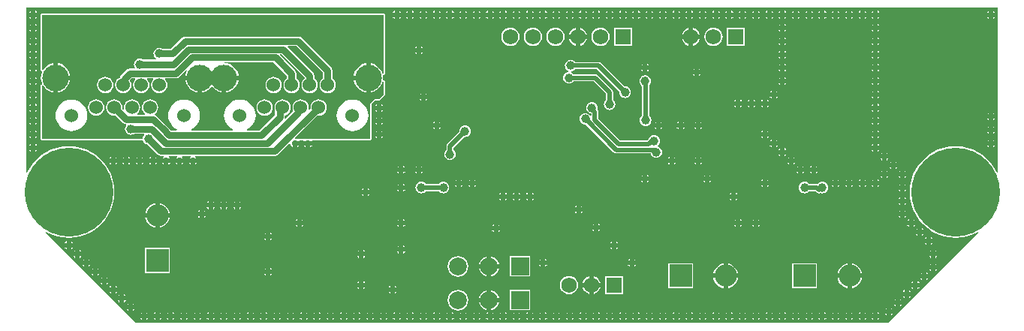
<source format=gbl>
G04*
G04 #@! TF.GenerationSoftware,Altium Limited,Altium Designer,20.0.11 (256)*
G04*
G04 Layer_Physical_Order=2*
G04 Layer_Color=16711680*
%FSLAX25Y25*%
%MOIN*%
G70*
G01*
G75*
%ADD74C,0.01968*%
%ADD75C,0.02953*%
%ADD77C,0.09843*%
%ADD78R,0.09843X0.09843*%
%ADD79R,0.09843X0.09843*%
%ADD80R,0.06890X0.06890*%
%ADD81C,0.06890*%
%ADD82C,0.06000*%
%ADD83C,0.11811*%
%ADD84R,0.07874X0.07874*%
%ADD85C,0.07874*%
%ADD86C,0.39370*%
%ADD87C,0.02756*%
%ADD88C,0.03937*%
G36*
X432268Y67739D02*
X431768Y67622D01*
X430983Y69215D01*
X429506Y71425D01*
X427754Y73423D01*
X425755Y75175D01*
X423545Y76652D01*
X421162Y77828D01*
X418645Y78682D01*
X416038Y79201D01*
X413386Y79374D01*
X410734Y79201D01*
X408127Y78682D01*
X405610Y77828D01*
X403226Y76652D01*
X401016Y75175D01*
X399018Y73423D01*
X397266Y71425D01*
X395789Y69215D01*
X394613Y66831D01*
X393759Y64314D01*
X393240Y61707D01*
X393067Y59055D01*
X393240Y56403D01*
X393759Y53796D01*
X394613Y51279D01*
X395789Y48896D01*
X397266Y46686D01*
X399018Y44687D01*
X401016Y42935D01*
X403226Y41458D01*
X405610Y40283D01*
X408127Y39428D01*
X410734Y38910D01*
X413386Y38736D01*
X416038Y38910D01*
X418645Y39428D01*
X421162Y40283D01*
X423405Y41389D01*
X423700Y40977D01*
X383526Y803D01*
X49545D01*
X9371Y40977D01*
X9666Y41389D01*
X11909Y40283D01*
X14426Y39428D01*
X17033Y38910D01*
X19685Y38736D01*
X22337Y38910D01*
X24944Y39428D01*
X27461Y40283D01*
X29844Y41458D01*
X32054Y42935D01*
X34053Y44687D01*
X35805Y46686D01*
X37282Y48896D01*
X38457Y51279D01*
X39312Y53796D01*
X39830Y56403D01*
X40004Y59055D01*
X39830Y61707D01*
X39312Y64314D01*
X38457Y66831D01*
X37282Y69215D01*
X35805Y71425D01*
X34053Y73423D01*
X32054Y75175D01*
X29844Y76652D01*
X27461Y77828D01*
X24944Y78682D01*
X22337Y79201D01*
X19685Y79374D01*
X17033Y79201D01*
X14426Y78682D01*
X11909Y77828D01*
X9526Y76652D01*
X7316Y75175D01*
X5317Y73423D01*
X3565Y71425D01*
X2088Y69215D01*
X1303Y67622D01*
X803Y67739D01*
Y140929D01*
X432268D01*
Y67739D01*
D02*
G37*
%LPC*%
G36*
X430134Y139495D02*
Y138795D01*
X430833D01*
X430553Y139215D01*
X430134Y139495D01*
D02*
G37*
G36*
X428134D02*
X427715Y139215D01*
X427434Y138795D01*
X428134D01*
Y139495D01*
D02*
G37*
G36*
X378953D02*
Y138795D01*
X379652D01*
X379372Y139215D01*
X378953Y139495D01*
D02*
G37*
G36*
X376953D02*
X376534Y139215D01*
X376253Y138795D01*
X376953D01*
Y139495D01*
D02*
G37*
G36*
X373047D02*
Y138795D01*
X373747D01*
X373466Y139215D01*
X373047Y139495D01*
D02*
G37*
G36*
X371047D02*
X370628Y139215D01*
X370348Y138795D01*
X371047D01*
Y139495D01*
D02*
G37*
G36*
X367142D02*
Y138795D01*
X367841D01*
X367561Y139215D01*
X367142Y139495D01*
D02*
G37*
G36*
X365142D02*
X364722Y139215D01*
X364442Y138795D01*
X365142D01*
Y139495D01*
D02*
G37*
G36*
X361236D02*
Y138795D01*
X361935D01*
X361655Y139215D01*
X361236Y139495D01*
D02*
G37*
G36*
X359236D02*
X358817Y139215D01*
X358537Y138795D01*
X359236D01*
Y139495D01*
D02*
G37*
G36*
X355331D02*
Y138795D01*
X356030D01*
X355750Y139215D01*
X355331Y139495D01*
D02*
G37*
G36*
X353331D02*
X352911Y139215D01*
X352631Y138795D01*
X353331D01*
Y139495D01*
D02*
G37*
G36*
X349425D02*
Y138795D01*
X350125D01*
X349844Y139215D01*
X349425Y139495D01*
D02*
G37*
G36*
X347425D02*
X347006Y139215D01*
X346726Y138795D01*
X347425D01*
Y139495D01*
D02*
G37*
G36*
X343520D02*
Y138795D01*
X344219D01*
X343939Y139215D01*
X343520Y139495D01*
D02*
G37*
G36*
X341520D02*
X341101Y139215D01*
X340820Y138795D01*
X341520D01*
Y139495D01*
D02*
G37*
G36*
X337614D02*
Y138795D01*
X338314D01*
X338033Y139215D01*
X337614Y139495D01*
D02*
G37*
G36*
X335614D02*
X335195Y139215D01*
X334915Y138795D01*
X335614D01*
Y139495D01*
D02*
G37*
G36*
X331709D02*
Y138795D01*
X332408D01*
X332128Y139215D01*
X331709Y139495D01*
D02*
G37*
G36*
X329709D02*
X329289Y139215D01*
X329009Y138795D01*
X329709D01*
Y139495D01*
D02*
G37*
G36*
X325803D02*
Y138795D01*
X326502D01*
X326222Y139215D01*
X325803Y139495D01*
D02*
G37*
G36*
X323803D02*
X323384Y139215D01*
X323104Y138795D01*
X323803D01*
Y139495D01*
D02*
G37*
G36*
X319898D02*
Y138795D01*
X320597D01*
X320317Y139215D01*
X319898Y139495D01*
D02*
G37*
G36*
X317898D02*
X317478Y139215D01*
X317198Y138795D01*
X317898D01*
Y139495D01*
D02*
G37*
G36*
X313992D02*
Y138795D01*
X314691D01*
X314411Y139215D01*
X313992Y139495D01*
D02*
G37*
G36*
X311992D02*
X311573Y139215D01*
X311293Y138795D01*
X311992D01*
Y139495D01*
D02*
G37*
G36*
X308087D02*
Y138795D01*
X308786D01*
X308506Y139215D01*
X308087Y139495D01*
D02*
G37*
G36*
X306087D02*
X305667Y139215D01*
X305387Y138795D01*
X306087D01*
Y139495D01*
D02*
G37*
G36*
X302181D02*
Y138795D01*
X302880D01*
X302600Y139215D01*
X302181Y139495D01*
D02*
G37*
G36*
X300181D02*
X299762Y139215D01*
X299482Y138795D01*
X300181D01*
Y139495D01*
D02*
G37*
G36*
X296276D02*
Y138795D01*
X296975D01*
X296695Y139215D01*
X296276Y139495D01*
D02*
G37*
G36*
X294276D02*
X293856Y139215D01*
X293576Y138795D01*
X294276D01*
Y139495D01*
D02*
G37*
G36*
X290370D02*
Y138795D01*
X291069D01*
X290789Y139215D01*
X290370Y139495D01*
D02*
G37*
G36*
X288370D02*
X287951Y139215D01*
X287671Y138795D01*
X288370D01*
Y139495D01*
D02*
G37*
G36*
X284465D02*
Y138795D01*
X285164D01*
X284884Y139215D01*
X284465Y139495D01*
D02*
G37*
G36*
X282465D02*
X282045Y139215D01*
X281765Y138795D01*
X282465D01*
Y139495D01*
D02*
G37*
G36*
X278559D02*
Y138795D01*
X279258D01*
X278978Y139215D01*
X278559Y139495D01*
D02*
G37*
G36*
X276559D02*
X276140Y139215D01*
X275860Y138795D01*
X276559D01*
Y139495D01*
D02*
G37*
G36*
X272654D02*
Y138795D01*
X273353D01*
X273073Y139215D01*
X272654Y139495D01*
D02*
G37*
G36*
X270654D02*
X270234Y139215D01*
X269954Y138795D01*
X270654D01*
Y139495D01*
D02*
G37*
G36*
X266748D02*
Y138795D01*
X267447D01*
X267167Y139215D01*
X266748Y139495D01*
D02*
G37*
G36*
X264748D02*
X264329Y139215D01*
X264049Y138795D01*
X264748D01*
Y139495D01*
D02*
G37*
G36*
X260842D02*
Y138795D01*
X261542D01*
X261262Y139215D01*
X260842Y139495D01*
D02*
G37*
G36*
X258842D02*
X258423Y139215D01*
X258143Y138795D01*
X258842D01*
Y139495D01*
D02*
G37*
G36*
X254937D02*
Y138795D01*
X255636D01*
X255356Y139215D01*
X254937Y139495D01*
D02*
G37*
G36*
X252937D02*
X252518Y139215D01*
X252238Y138795D01*
X252937D01*
Y139495D01*
D02*
G37*
G36*
X249031D02*
Y138795D01*
X249731D01*
X249451Y139215D01*
X249031Y139495D01*
D02*
G37*
G36*
X247031D02*
X246612Y139215D01*
X246332Y138795D01*
X247031D01*
Y139495D01*
D02*
G37*
G36*
X243126D02*
Y138795D01*
X243825D01*
X243545Y139215D01*
X243126Y139495D01*
D02*
G37*
G36*
X241126D02*
X240707Y139215D01*
X240427Y138795D01*
X241126D01*
Y139495D01*
D02*
G37*
G36*
X237221D02*
Y138795D01*
X237920D01*
X237640Y139215D01*
X237221Y139495D01*
D02*
G37*
G36*
X235221D02*
X234801Y139215D01*
X234521Y138795D01*
X235221D01*
Y139495D01*
D02*
G37*
G36*
X231315D02*
Y138795D01*
X232014D01*
X231734Y139215D01*
X231315Y139495D01*
D02*
G37*
G36*
X229315D02*
X228896Y139215D01*
X228616Y138795D01*
X229315D01*
Y139495D01*
D02*
G37*
G36*
X225410D02*
Y138795D01*
X226109D01*
X225829Y139215D01*
X225410Y139495D01*
D02*
G37*
G36*
X223410D02*
X222990Y139215D01*
X222710Y138795D01*
X223410D01*
Y139495D01*
D02*
G37*
G36*
X219504D02*
Y138795D01*
X220203D01*
X219923Y139215D01*
X219504Y139495D01*
D02*
G37*
G36*
X217504D02*
X217085Y139215D01*
X216805Y138795D01*
X217504D01*
Y139495D01*
D02*
G37*
G36*
X213598D02*
Y138795D01*
X214298D01*
X214018Y139215D01*
X213598Y139495D01*
D02*
G37*
G36*
X211598D02*
X211179Y139215D01*
X210899Y138795D01*
X211598D01*
Y139495D01*
D02*
G37*
G36*
X207693D02*
Y138795D01*
X208392D01*
X208112Y139215D01*
X207693Y139495D01*
D02*
G37*
G36*
X205693D02*
X205274Y139215D01*
X204994Y138795D01*
X205693D01*
Y139495D01*
D02*
G37*
G36*
X201787D02*
Y138795D01*
X202487D01*
X202207Y139215D01*
X201787Y139495D01*
D02*
G37*
G36*
X199787D02*
X199368Y139215D01*
X199088Y138795D01*
X199787D01*
Y139495D01*
D02*
G37*
G36*
X195882D02*
Y138795D01*
X196581D01*
X196301Y139215D01*
X195882Y139495D01*
D02*
G37*
G36*
X193882D02*
X193463Y139215D01*
X193183Y138795D01*
X193882D01*
Y139495D01*
D02*
G37*
G36*
X189976D02*
Y138795D01*
X190676D01*
X190396Y139215D01*
X189976Y139495D01*
D02*
G37*
G36*
X187976D02*
X187557Y139215D01*
X187277Y138795D01*
X187976D01*
Y139495D01*
D02*
G37*
G36*
X184071D02*
Y138795D01*
X184770D01*
X184490Y139215D01*
X184071Y139495D01*
D02*
G37*
G36*
X182071D02*
X181652Y139215D01*
X181372Y138795D01*
X182071D01*
Y139495D01*
D02*
G37*
G36*
X178165D02*
Y138795D01*
X178865D01*
X178585Y139215D01*
X178165Y139495D01*
D02*
G37*
G36*
X176165D02*
X175746Y139215D01*
X175466Y138795D01*
X176165D01*
Y139495D01*
D02*
G37*
G36*
X172260D02*
Y138795D01*
X172959D01*
X172679Y139215D01*
X172260Y139495D01*
D02*
G37*
G36*
X170260D02*
X169841Y139215D01*
X169561Y138795D01*
X170260D01*
Y139495D01*
D02*
G37*
G36*
X166354D02*
Y138795D01*
X167054D01*
X166773Y139215D01*
X166354Y139495D01*
D02*
G37*
G36*
X164354D02*
X163935Y139215D01*
X163655Y138795D01*
X164354D01*
Y139495D01*
D02*
G37*
G36*
X4937D02*
Y138795D01*
X5636D01*
X5356Y139215D01*
X4937Y139495D01*
D02*
G37*
G36*
X2937D02*
X2518Y139215D01*
X2238Y138795D01*
X2937D01*
Y139495D01*
D02*
G37*
G36*
X430833Y136795D02*
X430134D01*
Y136096D01*
X430553Y136376D01*
X430833Y136795D01*
D02*
G37*
G36*
X428134D02*
X427434D01*
X427715Y136376D01*
X428134Y136096D01*
Y136795D01*
D02*
G37*
G36*
X379652D02*
X378953D01*
Y136096D01*
X379372Y136376D01*
X379652Y136795D01*
D02*
G37*
G36*
X376953D02*
X376253D01*
X376534Y136376D01*
X376953Y136096D01*
Y136795D01*
D02*
G37*
G36*
X373747D02*
X373047D01*
Y136096D01*
X373466Y136376D01*
X373747Y136795D01*
D02*
G37*
G36*
X371047D02*
X370348D01*
X370628Y136376D01*
X371047Y136096D01*
Y136795D01*
D02*
G37*
G36*
X367841D02*
X367142D01*
Y136096D01*
X367561Y136376D01*
X367841Y136795D01*
D02*
G37*
G36*
X365142D02*
X364442D01*
X364722Y136376D01*
X365142Y136096D01*
Y136795D01*
D02*
G37*
G36*
X361935D02*
X361236D01*
Y136096D01*
X361655Y136376D01*
X361935Y136795D01*
D02*
G37*
G36*
X359236D02*
X358537D01*
X358817Y136376D01*
X359236Y136096D01*
Y136795D01*
D02*
G37*
G36*
X356030D02*
X355331D01*
Y136096D01*
X355750Y136376D01*
X356030Y136795D01*
D02*
G37*
G36*
X353331D02*
X352631D01*
X352911Y136376D01*
X353331Y136096D01*
Y136795D01*
D02*
G37*
G36*
X350125D02*
X349425D01*
Y136096D01*
X349844Y136376D01*
X350125Y136795D01*
D02*
G37*
G36*
X347425D02*
X346726D01*
X347006Y136376D01*
X347425Y136096D01*
Y136795D01*
D02*
G37*
G36*
X344219D02*
X343520D01*
Y136096D01*
X343939Y136376D01*
X344219Y136795D01*
D02*
G37*
G36*
X341520D02*
X340820D01*
X341101Y136376D01*
X341520Y136096D01*
Y136795D01*
D02*
G37*
G36*
X338314D02*
X337614D01*
Y136096D01*
X338033Y136376D01*
X338314Y136795D01*
D02*
G37*
G36*
X335614D02*
X334915D01*
X335195Y136376D01*
X335614Y136096D01*
Y136795D01*
D02*
G37*
G36*
X332408D02*
X331709D01*
Y136096D01*
X332128Y136376D01*
X332408Y136795D01*
D02*
G37*
G36*
X329709D02*
X329009D01*
X329289Y136376D01*
X329709Y136096D01*
Y136795D01*
D02*
G37*
G36*
X326502D02*
X325803D01*
Y136096D01*
X326222Y136376D01*
X326502Y136795D01*
D02*
G37*
G36*
X323803D02*
X323104D01*
X323384Y136376D01*
X323803Y136096D01*
Y136795D01*
D02*
G37*
G36*
X320597D02*
X319898D01*
Y136096D01*
X320317Y136376D01*
X320597Y136795D01*
D02*
G37*
G36*
X317898D02*
X317198D01*
X317478Y136376D01*
X317898Y136096D01*
Y136795D01*
D02*
G37*
G36*
X314691D02*
X313992D01*
Y136096D01*
X314411Y136376D01*
X314691Y136795D01*
D02*
G37*
G36*
X311992D02*
X311293D01*
X311573Y136376D01*
X311992Y136096D01*
Y136795D01*
D02*
G37*
G36*
X308786D02*
X308087D01*
Y136096D01*
X308506Y136376D01*
X308786Y136795D01*
D02*
G37*
G36*
X306087D02*
X305387D01*
X305667Y136376D01*
X306087Y136096D01*
Y136795D01*
D02*
G37*
G36*
X302880D02*
X302181D01*
Y136096D01*
X302600Y136376D01*
X302880Y136795D01*
D02*
G37*
G36*
X300181D02*
X299482D01*
X299762Y136376D01*
X300181Y136096D01*
Y136795D01*
D02*
G37*
G36*
X296975D02*
X296276D01*
Y136096D01*
X296695Y136376D01*
X296975Y136795D01*
D02*
G37*
G36*
X294276D02*
X293576D01*
X293856Y136376D01*
X294276Y136096D01*
Y136795D01*
D02*
G37*
G36*
X291069D02*
X290370D01*
Y136096D01*
X290789Y136376D01*
X291069Y136795D01*
D02*
G37*
G36*
X288370D02*
X287671D01*
X287951Y136376D01*
X288370Y136096D01*
Y136795D01*
D02*
G37*
G36*
X285164D02*
X284465D01*
Y136096D01*
X284884Y136376D01*
X285164Y136795D01*
D02*
G37*
G36*
X282465D02*
X281765D01*
X282045Y136376D01*
X282465Y136096D01*
Y136795D01*
D02*
G37*
G36*
X279258D02*
X278559D01*
Y136096D01*
X278978Y136376D01*
X279258Y136795D01*
D02*
G37*
G36*
X276559D02*
X275860D01*
X276140Y136376D01*
X276559Y136096D01*
Y136795D01*
D02*
G37*
G36*
X273353D02*
X272654D01*
Y136096D01*
X273073Y136376D01*
X273353Y136795D01*
D02*
G37*
G36*
X270654D02*
X269954D01*
X270234Y136376D01*
X270654Y136096D01*
Y136795D01*
D02*
G37*
G36*
X267447D02*
X266748D01*
Y136096D01*
X267167Y136376D01*
X267447Y136795D01*
D02*
G37*
G36*
X264748D02*
X264049D01*
X264329Y136376D01*
X264748Y136096D01*
Y136795D01*
D02*
G37*
G36*
X261542D02*
X260842D01*
Y136096D01*
X261262Y136376D01*
X261542Y136795D01*
D02*
G37*
G36*
X258842D02*
X258143D01*
X258423Y136376D01*
X258842Y136096D01*
Y136795D01*
D02*
G37*
G36*
X255636D02*
X254937D01*
Y136096D01*
X255356Y136376D01*
X255636Y136795D01*
D02*
G37*
G36*
X252937D02*
X252238D01*
X252518Y136376D01*
X252937Y136096D01*
Y136795D01*
D02*
G37*
G36*
X249731D02*
X249031D01*
Y136096D01*
X249451Y136376D01*
X249731Y136795D01*
D02*
G37*
G36*
X247031D02*
X246332D01*
X246612Y136376D01*
X247031Y136096D01*
Y136795D01*
D02*
G37*
G36*
X243825D02*
X243126D01*
Y136096D01*
X243545Y136376D01*
X243825Y136795D01*
D02*
G37*
G36*
X241126D02*
X240427D01*
X240707Y136376D01*
X241126Y136096D01*
Y136795D01*
D02*
G37*
G36*
X237920D02*
X237221D01*
Y136096D01*
X237640Y136376D01*
X237920Y136795D01*
D02*
G37*
G36*
X235221D02*
X234521D01*
X234801Y136376D01*
X235221Y136096D01*
Y136795D01*
D02*
G37*
G36*
X232014D02*
X231315D01*
Y136096D01*
X231734Y136376D01*
X232014Y136795D01*
D02*
G37*
G36*
X229315D02*
X228616D01*
X228896Y136376D01*
X229315Y136096D01*
Y136795D01*
D02*
G37*
G36*
X226109D02*
X225410D01*
Y136096D01*
X225829Y136376D01*
X226109Y136795D01*
D02*
G37*
G36*
X223410D02*
X222710D01*
X222990Y136376D01*
X223410Y136096D01*
Y136795D01*
D02*
G37*
G36*
X220203D02*
X219504D01*
Y136096D01*
X219923Y136376D01*
X220203Y136795D01*
D02*
G37*
G36*
X217504D02*
X216805D01*
X217085Y136376D01*
X217504Y136096D01*
Y136795D01*
D02*
G37*
G36*
X214298D02*
X213598D01*
Y136096D01*
X214018Y136376D01*
X214298Y136795D01*
D02*
G37*
G36*
X211598D02*
X210899D01*
X211179Y136376D01*
X211598Y136096D01*
Y136795D01*
D02*
G37*
G36*
X208392D02*
X207693D01*
Y136096D01*
X208112Y136376D01*
X208392Y136795D01*
D02*
G37*
G36*
X205693D02*
X204994D01*
X205274Y136376D01*
X205693Y136096D01*
Y136795D01*
D02*
G37*
G36*
X202487D02*
X201787D01*
Y136096D01*
X202207Y136376D01*
X202487Y136795D01*
D02*
G37*
G36*
X199787D02*
X199088D01*
X199368Y136376D01*
X199787Y136096D01*
Y136795D01*
D02*
G37*
G36*
X196581D02*
X195882D01*
Y136096D01*
X196301Y136376D01*
X196581Y136795D01*
D02*
G37*
G36*
X193882D02*
X193183D01*
X193463Y136376D01*
X193882Y136096D01*
Y136795D01*
D02*
G37*
G36*
X190676D02*
X189976D01*
Y136096D01*
X190396Y136376D01*
X190676Y136795D01*
D02*
G37*
G36*
X187976D02*
X187277D01*
X187557Y136376D01*
X187976Y136096D01*
Y136795D01*
D02*
G37*
G36*
X184770D02*
X184071D01*
Y136096D01*
X184490Y136376D01*
X184770Y136795D01*
D02*
G37*
G36*
X182071D02*
X181372D01*
X181652Y136376D01*
X182071Y136096D01*
Y136795D01*
D02*
G37*
G36*
X178865D02*
X178165D01*
Y136096D01*
X178585Y136376D01*
X178865Y136795D01*
D02*
G37*
G36*
X176165D02*
X175466D01*
X175746Y136376D01*
X176165Y136096D01*
Y136795D01*
D02*
G37*
G36*
X172959D02*
X172260D01*
Y136096D01*
X172679Y136376D01*
X172959Y136795D01*
D02*
G37*
G36*
X170260D02*
X169561D01*
X169841Y136376D01*
X170260Y136096D01*
Y136795D01*
D02*
G37*
G36*
X167054D02*
X166354D01*
Y136096D01*
X166773Y136376D01*
X167054Y136795D01*
D02*
G37*
G36*
X164354D02*
X163655D01*
X163935Y136376D01*
X164354Y136096D01*
Y136795D01*
D02*
G37*
G36*
X5636D02*
X4937D01*
Y136096D01*
X5356Y136376D01*
X5636Y136795D01*
D02*
G37*
G36*
X2937D02*
X2238D01*
X2518Y136376D01*
X2937Y136096D01*
Y136795D01*
D02*
G37*
G36*
X378953Y133589D02*
Y132890D01*
X379652D01*
X379372Y133309D01*
X378953Y133589D01*
D02*
G37*
G36*
X376953D02*
X376534Y133309D01*
X376253Y132890D01*
X376953D01*
Y133589D01*
D02*
G37*
G36*
X337614D02*
Y132890D01*
X338314D01*
X338033Y133309D01*
X337614Y133589D01*
D02*
G37*
G36*
X335614D02*
X335195Y133309D01*
X334915Y132890D01*
X335614D01*
Y133589D01*
D02*
G37*
G36*
X4937D02*
Y132890D01*
X5636D01*
X5356Y133309D01*
X4937Y133589D01*
D02*
G37*
G36*
X2937D02*
X2518Y133309D01*
X2238Y132890D01*
X2937D01*
Y133589D01*
D02*
G37*
G36*
X379652Y130890D02*
X378953D01*
Y130190D01*
X379372Y130471D01*
X379652Y130890D01*
D02*
G37*
G36*
X376953D02*
X376253D01*
X376534Y130471D01*
X376953Y130190D01*
Y130890D01*
D02*
G37*
G36*
X338314D02*
X337614D01*
Y130190D01*
X338033Y130471D01*
X338314Y130890D01*
D02*
G37*
G36*
X335614D02*
X334915D01*
X335195Y130471D01*
X335614Y130190D01*
Y130890D01*
D02*
G37*
G36*
X5636D02*
X4937D01*
Y130190D01*
X5356Y130471D01*
X5636Y130890D01*
D02*
G37*
G36*
X2937D02*
X2238D01*
X2518Y130471D01*
X2937Y130190D01*
Y130890D01*
D02*
G37*
G36*
X246748Y131891D02*
Y128953D01*
X249687D01*
X249679Y129006D01*
X249273Y129988D01*
X248626Y130831D01*
X247783Y131478D01*
X246801Y131884D01*
X246748Y131891D01*
D02*
G37*
G36*
X244748Y131891D02*
X244694Y131884D01*
X243713Y131478D01*
X242870Y130831D01*
X242223Y129988D01*
X241816Y129006D01*
X241809Y128953D01*
X244748D01*
Y131891D01*
D02*
G37*
G36*
X296945Y131891D02*
Y128953D01*
X299884D01*
X299876Y129006D01*
X299470Y129988D01*
X298823Y130831D01*
X297980Y131478D01*
X296998Y131884D01*
X296945Y131891D01*
D02*
G37*
G36*
X294945Y131891D02*
X294892Y131884D01*
X293910Y131478D01*
X293067Y130831D01*
X292420Y129988D01*
X292013Y129006D01*
X292006Y128953D01*
X294945D01*
Y131891D01*
D02*
G37*
G36*
X378953Y127684D02*
Y126984D01*
X379652D01*
X379372Y127403D01*
X378953Y127684D01*
D02*
G37*
G36*
X376953D02*
X376534Y127403D01*
X376253Y126984D01*
X376953D01*
Y127684D01*
D02*
G37*
G36*
X337614D02*
Y126984D01*
X338314D01*
X338033Y127403D01*
X337614Y127684D01*
D02*
G37*
G36*
X335614D02*
X335195Y127403D01*
X334915Y126984D01*
X335614D01*
Y127684D01*
D02*
G37*
G36*
X4937D02*
Y126984D01*
X5636D01*
X5356Y127403D01*
X4937Y127684D01*
D02*
G37*
G36*
X2937D02*
X2518Y127403D01*
X2238Y126984D01*
X2937D01*
Y127684D01*
D02*
G37*
G36*
X379652Y124984D02*
X378953D01*
Y124285D01*
X379372Y124565D01*
X379652Y124984D01*
D02*
G37*
G36*
X376953D02*
X376253D01*
X376534Y124565D01*
X376953Y124285D01*
Y124984D01*
D02*
G37*
G36*
X338314D02*
X337614D01*
Y124285D01*
X338033Y124565D01*
X338314Y124984D01*
D02*
G37*
G36*
X335614D02*
X334915D01*
X335195Y124565D01*
X335614Y124285D01*
Y124984D01*
D02*
G37*
G36*
X5636D02*
X4937D01*
Y124285D01*
X5356Y124565D01*
X5636Y124984D01*
D02*
G37*
G36*
X2937D02*
X2238D01*
X2518Y124565D01*
X2937Y124285D01*
Y124984D01*
D02*
G37*
G36*
X299884Y126953D02*
X296945D01*
Y124014D01*
X296998Y124021D01*
X297980Y124428D01*
X298823Y125075D01*
X299470Y125918D01*
X299876Y126899D01*
X299884Y126953D01*
D02*
G37*
G36*
X244748Y126953D02*
X241809D01*
X241816Y126899D01*
X242223Y125918D01*
X242870Y125075D01*
X243713Y124428D01*
X244694Y124021D01*
X244748Y124014D01*
Y126953D01*
D02*
G37*
G36*
X294945Y126953D02*
X292006D01*
X292013Y126899D01*
X292420Y125918D01*
X293067Y125075D01*
X293910Y124428D01*
X294892Y124021D01*
X294945Y124014D01*
Y126953D01*
D02*
G37*
G36*
X249687Y126953D02*
X246748D01*
Y124014D01*
X246801Y124021D01*
X247783Y124428D01*
X248626Y125075D01*
X249273Y125918D01*
X249679Y126899D01*
X249687Y126953D01*
D02*
G37*
G36*
X319980Y131988D02*
X311910D01*
Y123917D01*
X319980D01*
Y131988D01*
D02*
G37*
G36*
X269783Y131988D02*
X261713D01*
Y123917D01*
X269783D01*
Y131988D01*
D02*
G37*
G36*
X305945Y132023D02*
X304891Y131884D01*
X303910Y131478D01*
X303067Y130831D01*
X302420Y129988D01*
X302013Y129006D01*
X301875Y127953D01*
X302013Y126899D01*
X302420Y125918D01*
X303067Y125075D01*
X303910Y124428D01*
X304891Y124021D01*
X305945Y123882D01*
X306998Y124021D01*
X307980Y124428D01*
X308823Y125075D01*
X309470Y125918D01*
X309876Y126899D01*
X310015Y127953D01*
X309876Y129006D01*
X309470Y129988D01*
X308823Y130831D01*
X307980Y131478D01*
X306998Y131884D01*
X305945Y132023D01*
D02*
G37*
G36*
X255748Y132023D02*
X254695Y131884D01*
X253713Y131478D01*
X252870Y130831D01*
X252223Y129988D01*
X251816Y129006D01*
X251678Y127953D01*
X251816Y126899D01*
X252223Y125918D01*
X252870Y125075D01*
X253713Y124428D01*
X254695Y124021D01*
X255748Y123882D01*
X256801Y124021D01*
X257783Y124428D01*
X258626Y125075D01*
X259273Y125918D01*
X259680Y126899D01*
X259818Y127953D01*
X259680Y129006D01*
X259273Y129988D01*
X258626Y130831D01*
X257783Y131478D01*
X256801Y131884D01*
X255748Y132023D01*
D02*
G37*
G36*
X235748D02*
X234695Y131884D01*
X233713Y131478D01*
X232870Y130831D01*
X232223Y129988D01*
X231816Y129006D01*
X231678Y127953D01*
X231816Y126899D01*
X232223Y125918D01*
X232870Y125075D01*
X233713Y124428D01*
X234695Y124021D01*
X235748Y123882D01*
X236801Y124021D01*
X237783Y124428D01*
X238626Y125075D01*
X239273Y125918D01*
X239680Y126899D01*
X239818Y127953D01*
X239680Y129006D01*
X239273Y129988D01*
X238626Y130831D01*
X237783Y131478D01*
X236801Y131884D01*
X235748Y132023D01*
D02*
G37*
G36*
X225748D02*
X224694Y131884D01*
X223713Y131478D01*
X222870Y130831D01*
X222223Y129988D01*
X221816Y129006D01*
X221678Y127953D01*
X221816Y126899D01*
X222223Y125918D01*
X222870Y125075D01*
X223713Y124428D01*
X224694Y124021D01*
X225748Y123882D01*
X226801Y124021D01*
X227783Y124428D01*
X228626Y125075D01*
X229273Y125918D01*
X229679Y126899D01*
X229818Y127953D01*
X229679Y129006D01*
X229273Y129988D01*
X228626Y130831D01*
X227783Y131478D01*
X226801Y131884D01*
X225748Y132023D01*
D02*
G37*
G36*
X215748D02*
X214694Y131884D01*
X213713Y131478D01*
X212870Y130831D01*
X212223Y129988D01*
X211816Y129006D01*
X211678Y127953D01*
X211816Y126899D01*
X212223Y125918D01*
X212870Y125075D01*
X213713Y124428D01*
X214694Y124021D01*
X215748Y123882D01*
X216801Y124021D01*
X217783Y124428D01*
X218626Y125075D01*
X219273Y125918D01*
X219679Y126899D01*
X219818Y127953D01*
X219679Y129006D01*
X219273Y129988D01*
X218626Y130831D01*
X217783Y131478D01*
X216801Y131884D01*
X215748Y132023D01*
D02*
G37*
G36*
X176197Y123747D02*
Y123047D01*
X176896D01*
X176616Y123467D01*
X176197Y123747D01*
D02*
G37*
G36*
X174197D02*
X173778Y123467D01*
X173497Y123047D01*
X174197D01*
Y123747D01*
D02*
G37*
G36*
X378953Y121778D02*
Y121079D01*
X379652D01*
X379372Y121498D01*
X378953Y121778D01*
D02*
G37*
G36*
X376953D02*
X376534Y121498D01*
X376253Y121079D01*
X376953D01*
Y121778D01*
D02*
G37*
G36*
X337614D02*
Y121079D01*
X338314D01*
X338033Y121498D01*
X337614Y121778D01*
D02*
G37*
G36*
X335614D02*
X335195Y121498D01*
X334915Y121079D01*
X335614D01*
Y121778D01*
D02*
G37*
G36*
X4937D02*
Y121079D01*
X5636D01*
X5356Y121498D01*
X4937Y121778D01*
D02*
G37*
G36*
X2937D02*
X2518Y121498D01*
X2238Y121079D01*
X2937D01*
Y121778D01*
D02*
G37*
G36*
X176896Y121047D02*
X176197D01*
Y120348D01*
X176616Y120628D01*
X176896Y121047D01*
D02*
G37*
G36*
X174197D02*
X173497D01*
X173778Y120628D01*
X174197Y120348D01*
Y121047D01*
D02*
G37*
G36*
X379652Y119079D02*
X378953D01*
Y118379D01*
X379372Y118659D01*
X379652Y119079D01*
D02*
G37*
G36*
X376953D02*
X376253D01*
X376534Y118659D01*
X376953Y118379D01*
Y119079D01*
D02*
G37*
G36*
X338314D02*
X337614D01*
Y118379D01*
X338033Y118659D01*
X338314Y119079D01*
D02*
G37*
G36*
X335614D02*
X334915D01*
X335195Y118659D01*
X335614Y118379D01*
Y119079D01*
D02*
G37*
G36*
X5636D02*
X4937D01*
Y118379D01*
X5356Y118659D01*
X5636Y119079D01*
D02*
G37*
G36*
X2937D02*
X2238D01*
X2518Y118659D01*
X2937Y118379D01*
Y119079D01*
D02*
G37*
G36*
X378953Y115873D02*
Y115173D01*
X379652D01*
X379372Y115592D01*
X378953Y115873D01*
D02*
G37*
G36*
X376953D02*
X376534Y115592D01*
X376253Y115173D01*
X376953D01*
Y115873D01*
D02*
G37*
G36*
X337614D02*
Y115173D01*
X338314D01*
X338033Y115592D01*
X337614Y115873D01*
D02*
G37*
G36*
X335614D02*
X335195Y115592D01*
X334915Y115173D01*
X335614D01*
Y115873D01*
D02*
G37*
G36*
X276590D02*
Y115173D01*
X277290D01*
X277010Y115592D01*
X276590Y115873D01*
D02*
G37*
G36*
X274590D02*
X274171Y115592D01*
X273891Y115173D01*
X274590D01*
Y115873D01*
D02*
G37*
G36*
X4937D02*
Y115173D01*
X5636D01*
X5356Y115592D01*
X4937Y115873D01*
D02*
G37*
G36*
X2937D02*
X2518Y115592D01*
X2238Y115173D01*
X2937D01*
Y115873D01*
D02*
G37*
G36*
X299425Y113904D02*
Y113205D01*
X300125D01*
X299844Y113624D01*
X299425Y113904D01*
D02*
G37*
G36*
X297425D02*
X297006Y113624D01*
X296726Y113205D01*
X297425D01*
Y113904D01*
D02*
G37*
G36*
X379652Y113173D02*
X378953D01*
Y112474D01*
X379372Y112754D01*
X379652Y113173D01*
D02*
G37*
G36*
X376953D02*
X376253D01*
X376534Y112754D01*
X376953Y112474D01*
Y113173D01*
D02*
G37*
G36*
X338314D02*
X337614D01*
Y112474D01*
X338033Y112754D01*
X338314Y113173D01*
D02*
G37*
G36*
X335614D02*
X334915D01*
X335195Y112754D01*
X335614Y112474D01*
Y113173D01*
D02*
G37*
G36*
X277290D02*
X276590D01*
Y112474D01*
X277010Y112754D01*
X277290Y113173D01*
D02*
G37*
G36*
X274590D02*
X273891D01*
X274171Y112754D01*
X274590Y112474D01*
Y113173D01*
D02*
G37*
G36*
X5636D02*
X4937D01*
Y112474D01*
X5356Y112754D01*
X5636Y113173D01*
D02*
G37*
G36*
X2937D02*
X2238D01*
X2518Y112754D01*
X2937Y112474D01*
Y113173D01*
D02*
G37*
G36*
X275787Y110873D02*
X275635Y110843D01*
X275590Y110849D01*
X274922Y110761D01*
X274300Y110503D01*
X273765Y110093D01*
X273355Y109558D01*
X273097Y108936D01*
X273009Y108268D01*
X273097Y107600D01*
X273355Y106977D01*
X273765Y106443D01*
X274182Y106123D01*
Y92840D01*
X273962Y92672D01*
X273552Y92137D01*
X273294Y91514D01*
X273206Y90847D01*
X273294Y90178D01*
X273552Y89556D01*
X273962Y89021D01*
X274497Y88611D01*
X275119Y88353D01*
X275787Y88265D01*
X276455Y88353D01*
X277078Y88611D01*
X277612Y89021D01*
X278023Y89556D01*
X278280Y90178D01*
X278368Y90847D01*
X278280Y91514D01*
X278023Y92137D01*
X277612Y92672D01*
X277393Y92840D01*
Y106425D01*
X277416Y106443D01*
X277826Y106977D01*
X278084Y107600D01*
X278172Y108268D01*
X278084Y108936D01*
X277826Y109558D01*
X277416Y110093D01*
X276881Y110503D01*
X276597Y110621D01*
X276402Y110751D01*
X275787Y110873D01*
D02*
G37*
G36*
X300125Y111205D02*
X299425D01*
Y110505D01*
X299844Y110785D01*
X300125Y111205D01*
D02*
G37*
G36*
X297425D02*
X296726D01*
X297006Y110785D01*
X297425Y110505D01*
Y111205D01*
D02*
G37*
G36*
X378953Y109967D02*
Y109268D01*
X379652D01*
X379372Y109687D01*
X378953Y109967D01*
D02*
G37*
G36*
X376953D02*
X376534Y109687D01*
X376253Y109268D01*
X376953D01*
Y109967D01*
D02*
G37*
G36*
X337614D02*
Y109268D01*
X338314D01*
X338033Y109687D01*
X337614Y109967D01*
D02*
G37*
G36*
X335614D02*
X335195Y109687D01*
X334915Y109268D01*
X335614D01*
Y109967D01*
D02*
G37*
G36*
X4937D02*
Y109268D01*
X5636D01*
X5356Y109687D01*
X4937Y109967D01*
D02*
G37*
G36*
X2937D02*
X2518Y109687D01*
X2238Y109268D01*
X2937D01*
Y109967D01*
D02*
G37*
G36*
X379652Y107268D02*
X378953D01*
Y106568D01*
X379372Y106849D01*
X379652Y107268D01*
D02*
G37*
G36*
X376953D02*
X376253D01*
X376534Y106849D01*
X376953Y106568D01*
Y107268D01*
D02*
G37*
G36*
X338314D02*
X337614D01*
Y106568D01*
X338033Y106849D01*
X338314Y107268D01*
D02*
G37*
G36*
X335614D02*
X334915D01*
X335195Y106849D01*
X335614Y106568D01*
Y107268D01*
D02*
G37*
G36*
X5636D02*
X4937D01*
Y106568D01*
X5356Y106849D01*
X5636Y107268D01*
D02*
G37*
G36*
X2937D02*
X2238D01*
X2518Y106849D01*
X2937Y106568D01*
Y107268D01*
D02*
G37*
G36*
X378953Y104061D02*
Y103362D01*
X379652D01*
X379372Y103781D01*
X378953Y104061D01*
D02*
G37*
G36*
X376953D02*
X376534Y103781D01*
X376253Y103362D01*
X376953D01*
Y104061D01*
D02*
G37*
G36*
X333677D02*
Y103362D01*
X334377D01*
X334096Y103781D01*
X333677Y104061D01*
D02*
G37*
G36*
X331677D02*
X331258Y103781D01*
X330978Y103362D01*
X331677D01*
Y104061D01*
D02*
G37*
G36*
X4937D02*
Y103362D01*
X5636D01*
X5356Y103781D01*
X4937Y104061D01*
D02*
G37*
G36*
X2937D02*
X2518Y103781D01*
X2238Y103362D01*
X2937D01*
Y104061D01*
D02*
G37*
G36*
X178165Y103077D02*
Y102378D01*
X178865D01*
X178585Y102797D01*
X178165Y103077D01*
D02*
G37*
G36*
X176165D02*
X175746Y102797D01*
X175466Y102378D01*
X176165D01*
Y103077D01*
D02*
G37*
G36*
X242523Y117739D02*
X241855Y117651D01*
X241232Y117393D01*
X240698Y116983D01*
X240287Y116448D01*
X240030Y115825D01*
X239942Y115157D01*
X240030Y114489D01*
X240287Y113867D01*
X240698Y113332D01*
X241232Y112922D01*
X241469Y112824D01*
X241402Y112311D01*
X241143Y112277D01*
X240521Y112019D01*
X239986Y111609D01*
X239576Y111074D01*
X239318Y110452D01*
X239230Y109783D01*
X239318Y109116D01*
X239576Y108493D01*
X239986Y107958D01*
X240521Y107548D01*
X241143Y107290D01*
X241811Y107202D01*
X242479Y107290D01*
X243102Y107548D01*
X243636Y107958D01*
X243805Y108178D01*
X252741D01*
X258237Y102681D01*
Y99961D01*
X258017Y99792D01*
X257607Y99258D01*
X257349Y98635D01*
X257261Y97967D01*
X257349Y97299D01*
X257607Y96677D01*
X258017Y96142D01*
X258552Y95732D01*
X259174Y95474D01*
X259843Y95386D01*
X260511Y95474D01*
X261133Y95732D01*
X261668Y96142D01*
X262078Y96677D01*
X262336Y97299D01*
X262424Y97967D01*
X262336Y98635D01*
X262078Y99258D01*
X261668Y99792D01*
X261448Y99961D01*
Y103347D01*
X261326Y103961D01*
X260978Y104482D01*
X260978Y104482D01*
X254541Y110919D01*
X254020Y111267D01*
X253405Y111389D01*
X253405Y111389D01*
X243805D01*
X243636Y111609D01*
X243102Y112019D01*
X242865Y112117D01*
X242932Y112630D01*
X243191Y112664D01*
X243813Y112922D01*
X244348Y113332D01*
X244516Y113552D01*
X254256D01*
X264187Y103621D01*
X264151Y103347D01*
X264239Y102678D01*
X264497Y102056D01*
X264907Y101521D01*
X265442Y101111D01*
X266064Y100853D01*
X266732Y100765D01*
X267400Y100853D01*
X268023Y101111D01*
X268557Y101521D01*
X268968Y102056D01*
X269226Y102678D01*
X269313Y103347D01*
X269226Y104015D01*
X268968Y104637D01*
X268557Y105172D01*
X268023Y105582D01*
X267400Y105840D01*
X266863Y105910D01*
X266732Y105936D01*
X266413D01*
X256057Y116293D01*
X255536Y116641D01*
X254921Y116763D01*
X254921Y116763D01*
X244516D01*
X244348Y116983D01*
X243813Y117393D01*
X243191Y117651D01*
X242523Y117739D01*
D02*
G37*
G36*
X379652Y101362D02*
X378953D01*
Y100663D01*
X379372Y100943D01*
X379652Y101362D01*
D02*
G37*
G36*
X376953D02*
X376253D01*
X376534Y100943D01*
X376953Y100663D01*
Y101362D01*
D02*
G37*
G36*
X334377D02*
X333677D01*
Y100663D01*
X334096Y100943D01*
X334377Y101362D01*
D02*
G37*
G36*
X331677D02*
X330978D01*
X331258Y100943D01*
X331677Y100663D01*
Y101362D01*
D02*
G37*
G36*
X5636D02*
X4937D01*
Y100663D01*
X5356Y100943D01*
X5636Y101362D01*
D02*
G37*
G36*
X2937D02*
X2238D01*
X2518Y100943D01*
X2937Y100663D01*
Y101362D01*
D02*
G37*
G36*
X178865Y100378D02*
X178165D01*
Y99679D01*
X178585Y99959D01*
X178865Y100378D01*
D02*
G37*
G36*
X176165D02*
X175466D01*
X175746Y99959D01*
X176165Y99679D01*
Y100378D01*
D02*
G37*
G36*
X329740Y100125D02*
Y99425D01*
X330439D01*
X330159Y99844D01*
X329740Y100125D01*
D02*
G37*
G36*
X327740D02*
X327321Y99844D01*
X327041Y99425D01*
X327740D01*
Y100125D01*
D02*
G37*
G36*
X323835D02*
Y99425D01*
X324534D01*
X324254Y99844D01*
X323835Y100125D01*
D02*
G37*
G36*
X321835D02*
X321415Y99844D01*
X321135Y99425D01*
X321835D01*
Y100125D01*
D02*
G37*
G36*
X317929D02*
Y99425D01*
X318629D01*
X318348Y99844D01*
X317929Y100125D01*
D02*
G37*
G36*
X315929D02*
X315510Y99844D01*
X315230Y99425D01*
X315929D01*
Y100125D01*
D02*
G37*
G36*
X378953Y98156D02*
Y97457D01*
X379652D01*
X379372Y97876D01*
X378953Y98156D01*
D02*
G37*
G36*
X376953D02*
X376534Y97876D01*
X376253Y97457D01*
X376953D01*
Y98156D01*
D02*
G37*
G36*
X158480D02*
Y97457D01*
X159180D01*
X158899Y97876D01*
X158480Y98156D01*
D02*
G37*
G36*
X156480D02*
X156061Y97876D01*
X155781Y97457D01*
X156480D01*
Y98156D01*
D02*
G37*
G36*
X4937D02*
Y97457D01*
X5636D01*
X5356Y97876D01*
X4937Y98156D01*
D02*
G37*
G36*
X2937D02*
X2518Y97876D01*
X2238Y97457D01*
X2937D01*
Y98156D01*
D02*
G37*
G36*
X330439Y97425D02*
X329740D01*
Y96726D01*
X330159Y97006D01*
X330439Y97425D01*
D02*
G37*
G36*
X327740D02*
X327041D01*
X327321Y97006D01*
X327740Y96726D01*
Y97425D01*
D02*
G37*
G36*
X324534D02*
X323835D01*
Y96726D01*
X324254Y97006D01*
X324534Y97425D01*
D02*
G37*
G36*
X321835D02*
X321135D01*
X321415Y97006D01*
X321835Y96726D01*
Y97425D01*
D02*
G37*
G36*
X318629D02*
X317929D01*
Y96726D01*
X318348Y97006D01*
X318629Y97425D01*
D02*
G37*
G36*
X315929D02*
X315230D01*
X315510Y97006D01*
X315929Y96726D01*
Y97425D01*
D02*
G37*
G36*
X379652Y95457D02*
X378953D01*
Y94757D01*
X379372Y95038D01*
X379652Y95457D01*
D02*
G37*
G36*
X376953D02*
X376253D01*
X376534Y95038D01*
X376953Y94757D01*
Y95457D01*
D02*
G37*
G36*
X159180D02*
X158480D01*
Y94757D01*
X158899Y95038D01*
X159180Y95457D01*
D02*
G37*
G36*
X156480D02*
X155781D01*
X156061Y95038D01*
X156480Y94757D01*
Y95457D01*
D02*
G37*
G36*
X5636D02*
X4937D01*
Y94757D01*
X5356Y95038D01*
X5636Y95457D01*
D02*
G37*
G36*
X2937D02*
X2238D01*
X2518Y95038D01*
X2937Y94757D01*
Y95457D01*
D02*
G37*
G36*
X430134Y94219D02*
Y93520D01*
X430833D01*
X430553Y93939D01*
X430134Y94219D01*
D02*
G37*
G36*
X428134D02*
X427715Y93939D01*
X427434Y93520D01*
X428134D01*
Y94219D01*
D02*
G37*
G36*
X251969Y99038D02*
X251301Y98950D01*
X250678Y98692D01*
X250143Y98282D01*
X249733Y97747D01*
X249475Y97125D01*
X249387Y96457D01*
X249475Y95789D01*
X249733Y95166D01*
X250143Y94632D01*
X250678Y94221D01*
X251301Y93963D01*
X251680Y93914D01*
Y93050D01*
X251558Y92986D01*
X251180Y92918D01*
X250840Y93360D01*
X250306Y93771D01*
X249683Y94028D01*
X249015Y94116D01*
X248347Y94028D01*
X247725Y93771D01*
X247190Y93360D01*
X246780Y92826D01*
X246522Y92203D01*
X246434Y91535D01*
X246522Y90867D01*
X246780Y90245D01*
X247190Y89710D01*
X247725Y89300D01*
X248347Y89042D01*
X249015Y88954D01*
X249289Y88990D01*
X261659Y76621D01*
X262180Y76272D01*
X262795Y76150D01*
X262795Y76150D01*
X278012D01*
X278019Y76104D01*
X278276Y75481D01*
X278687Y74946D01*
X279221Y74536D01*
X279844Y74278D01*
X280512Y74190D01*
X281180Y74278D01*
X281802Y74536D01*
X282337Y74946D01*
X282747Y75481D01*
X283005Y76104D01*
X283093Y76772D01*
X283005Y77440D01*
X282747Y78062D01*
X282337Y78597D01*
X281802Y79007D01*
X281315Y79209D01*
X281205Y79599D01*
X281218Y79764D01*
X281353Y79868D01*
X281763Y80402D01*
X282021Y81025D01*
X282109Y81693D01*
X282021Y82361D01*
X281763Y82983D01*
X281353Y83518D01*
X280818Y83928D01*
X280196Y84186D01*
X279658Y84257D01*
X279528Y84283D01*
X279397Y84257D01*
X278859Y84186D01*
X278237Y83928D01*
X277702Y83518D01*
X277292Y82983D01*
X277101Y82521D01*
X276500Y81921D01*
X264520D01*
X254891Y91549D01*
Y94607D01*
X254769Y95221D01*
X254434Y95722D01*
X254462Y95789D01*
X254550Y96457D01*
X254462Y97125D01*
X254204Y97747D01*
X253794Y98282D01*
X253259Y98692D01*
X252637Y98950D01*
X251969Y99038D01*
D02*
G37*
G36*
X378953Y92251D02*
Y91551D01*
X379652D01*
X379372Y91970D01*
X378953Y92251D01*
D02*
G37*
G36*
X376953D02*
X376534Y91970D01*
X376253Y91551D01*
X376953D01*
Y92251D01*
D02*
G37*
G36*
X158480D02*
Y91551D01*
X159180D01*
X158899Y91970D01*
X158480Y92251D01*
D02*
G37*
G36*
X156480D02*
X156061Y91970D01*
X155781Y91551D01*
X156480D01*
Y92251D01*
D02*
G37*
G36*
X4937D02*
Y91551D01*
X5636D01*
X5356Y91970D01*
X4937Y92251D01*
D02*
G37*
G36*
X2937D02*
X2518Y91970D01*
X2238Y91551D01*
X2937D01*
Y92251D01*
D02*
G37*
G36*
X430833Y91520D02*
X430134D01*
Y90820D01*
X430553Y91101D01*
X430833Y91520D01*
D02*
G37*
G36*
X428134D02*
X427434D01*
X427715Y91101D01*
X428134Y90820D01*
Y91520D01*
D02*
G37*
G36*
X300213Y90282D02*
Y89583D01*
X300912D01*
X300632Y90002D01*
X300213Y90282D01*
D02*
G37*
G36*
X298213D02*
X297793Y90002D01*
X297513Y89583D01*
X298213D01*
Y90282D01*
D02*
G37*
G36*
X292339D02*
Y89583D01*
X293038D01*
X292758Y90002D01*
X292339Y90282D01*
D02*
G37*
G36*
X290339D02*
X289919Y90002D01*
X289639Y89583D01*
X290339D01*
Y90282D01*
D02*
G37*
G36*
X282496D02*
Y89583D01*
X283195D01*
X282915Y90002D01*
X282496Y90282D01*
D02*
G37*
G36*
X280496D02*
X280077Y90002D01*
X279797Y89583D01*
X280496D01*
Y90282D01*
D02*
G37*
G36*
X184071D02*
Y89583D01*
X184770D01*
X184490Y90002D01*
X184071Y90282D01*
D02*
G37*
G36*
X182071D02*
X181652Y90002D01*
X181372Y89583D01*
X182071D01*
Y90282D01*
D02*
G37*
G36*
X379652Y89551D02*
X378953D01*
Y88852D01*
X379372Y89132D01*
X379652Y89551D01*
D02*
G37*
G36*
X376953D02*
X376253D01*
X376534Y89132D01*
X376953Y88852D01*
Y89551D01*
D02*
G37*
G36*
X159180D02*
X158480D01*
Y88852D01*
X158899Y89132D01*
X159180Y89551D01*
D02*
G37*
G36*
X156480D02*
X155781D01*
X156061Y89132D01*
X156480Y88852D01*
Y89551D01*
D02*
G37*
G36*
X5636D02*
X4937D01*
Y88852D01*
X5356Y89132D01*
X5636Y89551D01*
D02*
G37*
G36*
X2937D02*
X2238D01*
X2518Y89132D01*
X2937Y88852D01*
Y89551D01*
D02*
G37*
G36*
X430134Y88314D02*
Y87614D01*
X430833D01*
X430553Y88033D01*
X430134Y88314D01*
D02*
G37*
G36*
X428134D02*
X427715Y88033D01*
X427434Y87614D01*
X428134D01*
Y88314D01*
D02*
G37*
G36*
X300912Y87583D02*
X300213D01*
Y86883D01*
X300632Y87164D01*
X300912Y87583D01*
D02*
G37*
G36*
X298213D02*
X297513D01*
X297793Y87164D01*
X298213Y86883D01*
Y87583D01*
D02*
G37*
G36*
X293038D02*
X292339D01*
Y86883D01*
X292758Y87164D01*
X293038Y87583D01*
D02*
G37*
G36*
X290339D02*
X289639D01*
X289919Y87164D01*
X290339Y86883D01*
Y87583D01*
D02*
G37*
G36*
X283195D02*
X282496D01*
Y86883D01*
X282915Y87164D01*
X283195Y87583D01*
D02*
G37*
G36*
X280496D02*
X279797D01*
X280077Y87164D01*
X280496Y86883D01*
Y87583D01*
D02*
G37*
G36*
X184770D02*
X184071D01*
Y86883D01*
X184490Y87164D01*
X184770Y87583D01*
D02*
G37*
G36*
X182071D02*
X181372D01*
X181652Y87164D01*
X182071Y86883D01*
Y87583D01*
D02*
G37*
G36*
X378953Y86345D02*
Y85646D01*
X379652D01*
X379372Y86065D01*
X378953Y86345D01*
D02*
G37*
G36*
X376953D02*
X376534Y86065D01*
X376253Y85646D01*
X376953D01*
Y86345D01*
D02*
G37*
G36*
X329740D02*
Y85646D01*
X330439D01*
X330159Y86065D01*
X329740Y86345D01*
D02*
G37*
G36*
X327740D02*
X327321Y86065D01*
X327041Y85646D01*
X327740D01*
Y86345D01*
D02*
G37*
G36*
X158480D02*
Y85646D01*
X159180D01*
X158899Y86065D01*
X158480Y86345D01*
D02*
G37*
G36*
X156480D02*
X156061Y86065D01*
X155781Y85646D01*
X156480D01*
Y86345D01*
D02*
G37*
G36*
X4937D02*
Y85646D01*
X5636D01*
X5356Y86065D01*
X4937Y86345D01*
D02*
G37*
G36*
X2937D02*
X2518Y86065D01*
X2238Y85646D01*
X2937D01*
Y86345D01*
D02*
G37*
G36*
X430833Y85614D02*
X430134D01*
Y84915D01*
X430553Y85195D01*
X430833Y85614D01*
D02*
G37*
G36*
X428134D02*
X427434D01*
X427715Y85195D01*
X428134Y84915D01*
Y85614D01*
D02*
G37*
G36*
X195669Y88605D02*
X195001Y88517D01*
X194378Y88259D01*
X193844Y87849D01*
X193434Y87314D01*
X193176Y86691D01*
X193088Y86023D01*
X193124Y85749D01*
X187841Y80466D01*
X187493Y79945D01*
X187371Y79331D01*
X187371Y79331D01*
Y77781D01*
X187151Y77613D01*
X186741Y77078D01*
X186483Y76455D01*
X186395Y75787D01*
X186483Y75119D01*
X186741Y74497D01*
X187151Y73962D01*
X187686Y73552D01*
X188308Y73294D01*
X188976Y73206D01*
X189644Y73294D01*
X190267Y73552D01*
X190802Y73962D01*
X191212Y74497D01*
X191470Y75119D01*
X191558Y75787D01*
X191470Y76455D01*
X191212Y77078D01*
X190802Y77613D01*
X190582Y77781D01*
Y78666D01*
X195395Y83478D01*
X195669Y83442D01*
X196337Y83530D01*
X196959Y83788D01*
X197494Y84198D01*
X197904Y84733D01*
X198162Y85355D01*
X198250Y86023D01*
X198162Y86691D01*
X197904Y87314D01*
X197494Y87849D01*
X196959Y88259D01*
X196337Y88517D01*
X195669Y88605D01*
D02*
G37*
G36*
X379652Y83646D02*
X378953D01*
Y82946D01*
X379372Y83227D01*
X379652Y83646D01*
D02*
G37*
G36*
X376953D02*
X376253D01*
X376534Y83227D01*
X376953Y82946D01*
Y83646D01*
D02*
G37*
G36*
X330439D02*
X329740D01*
Y82946D01*
X330159Y83227D01*
X330439Y83646D01*
D02*
G37*
G36*
X327740D02*
X327041D01*
X327321Y83227D01*
X327740Y82946D01*
Y83646D01*
D02*
G37*
G36*
X159180D02*
X158480D01*
Y82946D01*
X158899Y83227D01*
X159180Y83646D01*
D02*
G37*
G36*
X156480D02*
X155781D01*
X156061Y83227D01*
X156480Y82946D01*
Y83646D01*
D02*
G37*
G36*
X5636D02*
X4937D01*
Y82946D01*
X5356Y83227D01*
X5636Y83646D01*
D02*
G37*
G36*
X2937D02*
X2238D01*
X2518Y83227D01*
X2937Y82946D01*
Y83646D01*
D02*
G37*
G36*
X430134Y82408D02*
Y81709D01*
X430833D01*
X430553Y82128D01*
X430134Y82408D01*
D02*
G37*
G36*
X428134D02*
X427715Y82128D01*
X427434Y81709D01*
X428134D01*
Y82408D01*
D02*
G37*
G36*
X333677D02*
Y81709D01*
X334377D01*
X334096Y82128D01*
X333677Y82408D01*
D02*
G37*
G36*
X331677D02*
X331258Y82128D01*
X330978Y81709D01*
X331677D01*
Y82408D01*
D02*
G37*
G36*
X159449Y138435D02*
X7874D01*
X7422Y138247D01*
X7235Y137795D01*
Y113397D01*
X7300Y113238D01*
X7326Y113068D01*
X7391Y113020D01*
X7422Y112945D01*
X7581Y112879D01*
X7719Y112777D01*
X7829Y112529D01*
X7814Y112238D01*
X7456Y111057D01*
X7331Y109783D01*
X7456Y108510D01*
X7814Y107329D01*
X7829Y107038D01*
X7719Y106790D01*
X7581Y106688D01*
X7422Y106622D01*
X7391Y106547D01*
X7326Y106499D01*
X7300Y106329D01*
X7235Y106170D01*
Y82677D01*
X7422Y82225D01*
X7874Y82038D01*
X52537D01*
X52559Y82047D01*
X52625Y82009D01*
X52883Y81387D01*
X53293Y80852D01*
X53828Y80442D01*
X54450Y80184D01*
X54658Y80157D01*
X59140Y75675D01*
X59824Y75218D01*
X60630Y75058D01*
X61876D01*
X62028Y74558D01*
X61573Y74254D01*
X61293Y73835D01*
X64691D01*
X64411Y74254D01*
X63956Y74558D01*
X64108Y75058D01*
X67782D01*
X67933Y74558D01*
X67478Y74254D01*
X67198Y73835D01*
X70597D01*
X70317Y74254D01*
X69862Y74558D01*
X70013Y75058D01*
X73687D01*
X73839Y74558D01*
X73384Y74254D01*
X73104Y73835D01*
X76503D01*
X76222Y74254D01*
X75767Y74558D01*
X75919Y75058D01*
X111201D01*
X112007Y75218D01*
X112691Y75675D01*
X117589Y80573D01*
X118131Y80409D01*
X118225Y79941D01*
X118659Y79289D01*
X119079Y79009D01*
Y80709D01*
X120079D01*
Y81709D01*
X121912D01*
X122088Y82038D01*
X123975D01*
X124151Y81709D01*
X127818D01*
X127994Y82038D01*
X153543D01*
X153995Y82225D01*
X154183Y82677D01*
Y98160D01*
X155777Y99755D01*
X157480D01*
X157932Y99942D01*
X159901Y101910D01*
X160088Y102362D01*
Y108006D01*
X160011Y108192D01*
X159962Y108387D01*
X159920Y108412D01*
X159901Y108458D01*
X159715Y108535D01*
X159543Y108638D01*
X159098Y108704D01*
X159205Y109783D01*
X159098Y110863D01*
X159543Y110929D01*
X159715Y111032D01*
X159901Y111109D01*
X159920Y111155D01*
X159962Y111180D01*
X160011Y111375D01*
X160088Y111561D01*
X160088Y137795D01*
X159901Y138247D01*
X159449Y138435D01*
D02*
G37*
G36*
X378953Y80440D02*
Y79740D01*
X379652D01*
X379372Y80159D01*
X378953Y80440D01*
D02*
G37*
G36*
X376953D02*
X376534Y80159D01*
X376253Y79740D01*
X376953D01*
Y80440D01*
D02*
G37*
G36*
X4937D02*
Y79740D01*
X5636D01*
X5356Y80159D01*
X4937Y80440D01*
D02*
G37*
G36*
X2937D02*
X2518Y80159D01*
X2238Y79740D01*
X2937D01*
Y80440D01*
D02*
G37*
G36*
X430833Y79709D02*
X430134D01*
Y79009D01*
X430553Y79289D01*
X430833Y79709D01*
D02*
G37*
G36*
X428134D02*
X427434D01*
X427715Y79289D01*
X428134Y79009D01*
Y79709D01*
D02*
G37*
G36*
X334377D02*
X333677D01*
Y79009D01*
X334096Y79289D01*
X334377Y79709D01*
D02*
G37*
G36*
X331677D02*
X330978D01*
X331258Y79289D01*
X331677Y79009D01*
Y79709D01*
D02*
G37*
G36*
X127684D02*
X126984D01*
Y79009D01*
X127403Y79289D01*
X127684Y79709D01*
D02*
G37*
G36*
X124984D02*
X124285D01*
X124565Y79289D01*
X124984Y79009D01*
Y79709D01*
D02*
G37*
G36*
X121778D02*
X121079D01*
Y79009D01*
X121498Y79289D01*
X121778Y79709D01*
D02*
G37*
G36*
X337614Y78471D02*
Y77772D01*
X338314D01*
X338033Y78191D01*
X337614Y78471D01*
D02*
G37*
G36*
X335614D02*
X335195Y78191D01*
X334915Y77772D01*
X335614D01*
Y78471D01*
D02*
G37*
G36*
X379652Y77740D02*
X378953D01*
Y77041D01*
X379372Y77321D01*
X379652Y77740D01*
D02*
G37*
G36*
X376953D02*
X376253D01*
X376534Y77321D01*
X376953Y77041D01*
Y77740D01*
D02*
G37*
G36*
X5636D02*
X4937D01*
Y77041D01*
X5356Y77321D01*
X5636Y77740D01*
D02*
G37*
G36*
X2937D02*
X2238D01*
X2518Y77321D01*
X2937Y77041D01*
Y77740D01*
D02*
G37*
G36*
X382890Y76503D02*
Y75803D01*
X383589D01*
X383309Y76222D01*
X382890Y76503D01*
D02*
G37*
G36*
X380890D02*
X380471Y76222D01*
X380190Y75803D01*
X380890D01*
Y76503D01*
D02*
G37*
G36*
X338314Y75772D02*
X337614D01*
Y75072D01*
X338033Y75352D01*
X338314Y75772D01*
D02*
G37*
G36*
X335614D02*
X334915D01*
X335195Y75352D01*
X335614Y75072D01*
Y75772D01*
D02*
G37*
G36*
X341551Y74534D02*
Y73835D01*
X342250D01*
X341970Y74254D01*
X341551Y74534D01*
D02*
G37*
G36*
X339551D02*
X339132Y74254D01*
X338852Y73835D01*
X339551D01*
Y74534D01*
D02*
G37*
G36*
X300213D02*
Y73835D01*
X300912D01*
X300632Y74254D01*
X300213Y74534D01*
D02*
G37*
G36*
X298213D02*
X297793Y74254D01*
X297513Y73835D01*
X298213D01*
Y74534D01*
D02*
G37*
G36*
X288402D02*
Y73835D01*
X289101D01*
X288821Y74254D01*
X288402Y74534D01*
D02*
G37*
G36*
X286402D02*
X285982Y74254D01*
X285702Y73835D01*
X286402D01*
Y74534D01*
D02*
G37*
G36*
X58087D02*
Y73835D01*
X58786D01*
X58506Y74254D01*
X58087Y74534D01*
D02*
G37*
G36*
X56087D02*
X55667Y74254D01*
X55387Y73835D01*
X56087D01*
Y74534D01*
D02*
G37*
G36*
X52181D02*
Y73835D01*
X52880D01*
X52600Y74254D01*
X52181Y74534D01*
D02*
G37*
G36*
X50181D02*
X49762Y74254D01*
X49482Y73835D01*
X50181D01*
Y74534D01*
D02*
G37*
G36*
X46276D02*
Y73835D01*
X46975D01*
X46695Y74254D01*
X46276Y74534D01*
D02*
G37*
G36*
X44276D02*
X43856Y74254D01*
X43576Y73835D01*
X44276D01*
Y74534D01*
D02*
G37*
G36*
X40370D02*
Y73835D01*
X41069D01*
X40789Y74254D01*
X40370Y74534D01*
D02*
G37*
G36*
X38370D02*
X37951Y74254D01*
X37671Y73835D01*
X38370D01*
Y74534D01*
D02*
G37*
G36*
X383589Y73803D02*
X382890D01*
Y73104D01*
X383309Y73384D01*
X383589Y73803D01*
D02*
G37*
G36*
X380890D02*
X380190D01*
X380471Y73384D01*
X380890Y73104D01*
Y73803D01*
D02*
G37*
G36*
X386827Y72566D02*
Y71866D01*
X387526D01*
X387246Y72285D01*
X386827Y72566D01*
D02*
G37*
G36*
X384827D02*
X384408Y72285D01*
X384127Y71866D01*
X384827D01*
Y72566D01*
D02*
G37*
G36*
X342250Y71835D02*
X341551D01*
Y71135D01*
X341970Y71415D01*
X342250Y71835D01*
D02*
G37*
G36*
X339551D02*
X338852D01*
X339132Y71415D01*
X339551Y71135D01*
Y71835D01*
D02*
G37*
G36*
X300912D02*
X300213D01*
Y71135D01*
X300632Y71415D01*
X300912Y71835D01*
D02*
G37*
G36*
X298213D02*
X297513D01*
X297793Y71415D01*
X298213Y71135D01*
Y71835D01*
D02*
G37*
G36*
X289101D02*
X288402D01*
Y71135D01*
X288821Y71415D01*
X289101Y71835D01*
D02*
G37*
G36*
X286402D02*
X285702D01*
X285982Y71415D01*
X286402Y71135D01*
Y71835D01*
D02*
G37*
G36*
X76503D02*
X75803D01*
Y71135D01*
X76222Y71415D01*
X76503Y71835D01*
D02*
G37*
G36*
X73803D02*
X73104D01*
X73384Y71415D01*
X73803Y71135D01*
Y71835D01*
D02*
G37*
G36*
X70597D02*
X69898D01*
Y71135D01*
X70317Y71415D01*
X70597Y71835D01*
D02*
G37*
G36*
X67898D02*
X67198D01*
X67478Y71415D01*
X67898Y71135D01*
Y71835D01*
D02*
G37*
G36*
X64691D02*
X63992D01*
Y71135D01*
X64411Y71415D01*
X64691Y71835D01*
D02*
G37*
G36*
X61992D02*
X61293D01*
X61573Y71415D01*
X61992Y71135D01*
Y71835D01*
D02*
G37*
G36*
X58786D02*
X58087D01*
Y71135D01*
X58506Y71415D01*
X58786Y71835D01*
D02*
G37*
G36*
X56087D02*
X55387D01*
X55667Y71415D01*
X56087Y71135D01*
Y71835D01*
D02*
G37*
G36*
X52880D02*
X52181D01*
Y71135D01*
X52600Y71415D01*
X52880Y71835D01*
D02*
G37*
G36*
X50181D02*
X49482D01*
X49762Y71415D01*
X50181Y71135D01*
Y71835D01*
D02*
G37*
G36*
X46975D02*
X46276D01*
Y71135D01*
X46695Y71415D01*
X46975Y71835D01*
D02*
G37*
G36*
X44276D02*
X43576D01*
X43856Y71415D01*
X44276Y71135D01*
Y71835D01*
D02*
G37*
G36*
X41069D02*
X40370D01*
Y71135D01*
X40789Y71415D01*
X41069Y71835D01*
D02*
G37*
G36*
X38370D02*
X37671D01*
X37951Y71415D01*
X38370Y71135D01*
Y71835D01*
D02*
G37*
G36*
X351394Y70597D02*
Y69898D01*
X352093D01*
X351813Y70317D01*
X351394Y70597D01*
D02*
G37*
G36*
X349394D02*
X348974Y70317D01*
X348694Y69898D01*
X349394D01*
Y70597D01*
D02*
G37*
G36*
X345488D02*
Y69898D01*
X346187D01*
X345907Y70317D01*
X345488Y70597D01*
D02*
G37*
G36*
X343488D02*
X343069Y70317D01*
X342789Y69898D01*
X343488D01*
Y70597D01*
D02*
G37*
G36*
X176197D02*
Y69898D01*
X176896D01*
X176616Y70317D01*
X176197Y70597D01*
D02*
G37*
G36*
X174197D02*
X173778Y70317D01*
X173497Y69898D01*
X174197D01*
Y70597D01*
D02*
G37*
G36*
X168323D02*
Y69898D01*
X169022D01*
X168742Y70317D01*
X168323Y70597D01*
D02*
G37*
G36*
X166323D02*
X165904Y70317D01*
X165623Y69898D01*
X166323D01*
Y70597D01*
D02*
G37*
G36*
X387526Y69866D02*
X386827D01*
Y69167D01*
X387246Y69447D01*
X387526Y69866D01*
D02*
G37*
G36*
X384827D02*
X384127D01*
X384408Y69447D01*
X384827Y69167D01*
Y69866D01*
D02*
G37*
G36*
X390764Y68628D02*
Y67929D01*
X391463D01*
X391183Y68348D01*
X390764Y68628D01*
D02*
G37*
G36*
X388764D02*
X388345Y68348D01*
X388065Y67929D01*
X388764D01*
Y68628D01*
D02*
G37*
G36*
X382890D02*
Y67929D01*
X383589D01*
X383309Y68348D01*
X382890Y68628D01*
D02*
G37*
G36*
X380890D02*
X380471Y68348D01*
X380190Y67929D01*
X380890D01*
Y68628D01*
D02*
G37*
G36*
X352093Y67898D02*
X351394D01*
Y67198D01*
X351813Y67478D01*
X352093Y67898D01*
D02*
G37*
G36*
X349394D02*
X348694D01*
X348974Y67478D01*
X349394Y67198D01*
Y67898D01*
D02*
G37*
G36*
X346187D02*
X345488D01*
Y67198D01*
X345907Y67478D01*
X346187Y67898D01*
D02*
G37*
G36*
X343488D02*
X342789D01*
X343069Y67478D01*
X343488Y67198D01*
Y67898D01*
D02*
G37*
G36*
X176896D02*
X176197D01*
Y67198D01*
X176616Y67478D01*
X176896Y67898D01*
D02*
G37*
G36*
X174197D02*
X173497D01*
X173778Y67478D01*
X174197Y67198D01*
Y67898D01*
D02*
G37*
G36*
X169022D02*
X168323D01*
Y67198D01*
X168742Y67478D01*
X169022Y67898D01*
D02*
G37*
G36*
X166323D02*
X165623D01*
X165904Y67478D01*
X166323Y67198D01*
Y67898D01*
D02*
G37*
G36*
X304150Y66660D02*
Y65961D01*
X304849D01*
X304569Y66380D01*
X304150Y66660D01*
D02*
G37*
G36*
X302150D02*
X301730Y66380D01*
X301450Y65961D01*
X302150D01*
Y66660D01*
D02*
G37*
G36*
X276590D02*
Y65961D01*
X277290D01*
X277010Y66380D01*
X276590Y66660D01*
D02*
G37*
G36*
X274590D02*
X274171Y66380D01*
X273891Y65961D01*
X274590D01*
Y66660D01*
D02*
G37*
G36*
X391463Y65929D02*
X390764D01*
Y65230D01*
X391183Y65510D01*
X391463Y65929D01*
D02*
G37*
G36*
X388764D02*
X388065D01*
X388345Y65510D01*
X388764Y65230D01*
Y65929D01*
D02*
G37*
G36*
X383589D02*
X382890D01*
Y65230D01*
X383309Y65510D01*
X383589Y65929D01*
D02*
G37*
G36*
X380890D02*
X380190D01*
X380471Y65510D01*
X380890Y65230D01*
Y65929D01*
D02*
G37*
G36*
X378953Y64691D02*
Y63992D01*
X379652D01*
X379372Y64411D01*
X378953Y64691D01*
D02*
G37*
G36*
X376953D02*
X376534Y64411D01*
X376253Y63992D01*
X376953D01*
Y64691D01*
D02*
G37*
G36*
X373047D02*
Y63992D01*
X373747D01*
X373466Y64411D01*
X373047Y64691D01*
D02*
G37*
G36*
X371047D02*
X370628Y64411D01*
X370348Y63992D01*
X371047D01*
Y64691D01*
D02*
G37*
G36*
X367142D02*
Y63992D01*
X367841D01*
X367561Y64411D01*
X367142Y64691D01*
D02*
G37*
G36*
X365142D02*
X364722Y64411D01*
X364442Y63992D01*
X365142D01*
Y64691D01*
D02*
G37*
G36*
X361236D02*
Y63992D01*
X361935D01*
X361655Y64411D01*
X361236Y64691D01*
D02*
G37*
G36*
X359236D02*
X358817Y64411D01*
X358537Y63992D01*
X359236D01*
Y64691D01*
D02*
G37*
G36*
X329740D02*
Y63992D01*
X330439D01*
X330159Y64411D01*
X329740Y64691D01*
D02*
G37*
G36*
X327740D02*
X327321Y64411D01*
X327041Y63992D01*
X327740D01*
Y64691D01*
D02*
G37*
G36*
X199819D02*
Y63992D01*
X200518D01*
X200238Y64411D01*
X199819Y64691D01*
D02*
G37*
G36*
X197819D02*
X197400Y64411D01*
X197120Y63992D01*
X197819D01*
Y64691D01*
D02*
G37*
G36*
X193913D02*
Y63992D01*
X194613D01*
X194333Y64411D01*
X193913Y64691D01*
D02*
G37*
G36*
X191913D02*
X191494Y64411D01*
X191214Y63992D01*
X191913D01*
Y64691D01*
D02*
G37*
G36*
X304849Y63961D02*
X304150D01*
Y63261D01*
X304569Y63541D01*
X304849Y63961D01*
D02*
G37*
G36*
X302150D02*
X301450D01*
X301730Y63541D01*
X302150Y63261D01*
Y63961D01*
D02*
G37*
G36*
X277290D02*
X276590D01*
Y63261D01*
X277010Y63541D01*
X277290Y63961D01*
D02*
G37*
G36*
X274590D02*
X273891D01*
X274171Y63541D01*
X274590Y63261D01*
Y63961D01*
D02*
G37*
G36*
X186024Y63605D02*
X185356Y63517D01*
X184733Y63259D01*
X184198Y62849D01*
X184030Y62629D01*
X178175D01*
X178006Y62849D01*
X177472Y63259D01*
X176849Y63517D01*
X176181Y63605D01*
X175513Y63517D01*
X174890Y63259D01*
X174356Y62849D01*
X173946Y62314D01*
X173688Y61692D01*
X173600Y61024D01*
X173688Y60356D01*
X173946Y59733D01*
X174356Y59198D01*
X174890Y58788D01*
X175513Y58530D01*
X176181Y58442D01*
X176849Y58530D01*
X177472Y58788D01*
X178006Y59198D01*
X178175Y59418D01*
X184030D01*
X184198Y59198D01*
X184733Y58788D01*
X185356Y58530D01*
X186024Y58442D01*
X186692Y58530D01*
X187314Y58788D01*
X187849Y59198D01*
X188259Y59733D01*
X188517Y60356D01*
X188605Y61024D01*
X188517Y61692D01*
X188259Y62314D01*
X187849Y62849D01*
X187314Y63259D01*
X186692Y63517D01*
X186024Y63605D01*
D02*
G37*
G36*
X354331D02*
X353663Y63517D01*
X353040Y63259D01*
X352506Y62849D01*
X352270Y62542D01*
X351830Y62629D01*
X351830Y62629D01*
X348451D01*
X348282Y62849D01*
X347748Y63259D01*
X347125Y63517D01*
X346457Y63605D01*
X345789Y63517D01*
X345167Y63259D01*
X344632Y62849D01*
X344222Y62314D01*
X343964Y61692D01*
X343876Y61024D01*
X343964Y60356D01*
X344222Y59733D01*
X344632Y59198D01*
X345167Y58788D01*
X345789Y58530D01*
X346457Y58442D01*
X347125Y58530D01*
X347748Y58788D01*
X348282Y59198D01*
X348451Y59418D01*
X351164D01*
X351678Y58904D01*
X352199Y58556D01*
X352814Y58434D01*
X353428Y58556D01*
X353494Y58600D01*
X353663Y58530D01*
X354331Y58442D01*
X354999Y58530D01*
X355621Y58788D01*
X356156Y59198D01*
X356566Y59733D01*
X356824Y60356D01*
X356912Y61024D01*
X356824Y61692D01*
X356566Y62314D01*
X356156Y62849D01*
X355621Y63259D01*
X354999Y63517D01*
X354331Y63605D01*
D02*
G37*
G36*
X390764Y62723D02*
Y62024D01*
X391463D01*
X391183Y62443D01*
X390764Y62723D01*
D02*
G37*
G36*
X388764D02*
X388345Y62443D01*
X388065Y62024D01*
X388764D01*
Y62723D01*
D02*
G37*
G36*
X168323D02*
Y62024D01*
X169022D01*
X168742Y62443D01*
X168323Y62723D01*
D02*
G37*
G36*
X166323D02*
X165904Y62443D01*
X165623Y62024D01*
X166323D01*
Y62723D01*
D02*
G37*
G36*
X379652Y61992D02*
X378953D01*
Y61293D01*
X379372Y61573D01*
X379652Y61992D01*
D02*
G37*
G36*
X376953D02*
X376253D01*
X376534Y61573D01*
X376953Y61293D01*
Y61992D01*
D02*
G37*
G36*
X373747D02*
X373047D01*
Y61293D01*
X373466Y61573D01*
X373747Y61992D01*
D02*
G37*
G36*
X371047D02*
X370348D01*
X370628Y61573D01*
X371047Y61293D01*
Y61992D01*
D02*
G37*
G36*
X367841D02*
X367142D01*
Y61293D01*
X367561Y61573D01*
X367841Y61992D01*
D02*
G37*
G36*
X365142D02*
X364442D01*
X364722Y61573D01*
X365142Y61293D01*
Y61992D01*
D02*
G37*
G36*
X361935D02*
X361236D01*
Y61293D01*
X361655Y61573D01*
X361935Y61992D01*
D02*
G37*
G36*
X359236D02*
X358537D01*
X358817Y61573D01*
X359236Y61293D01*
Y61992D01*
D02*
G37*
G36*
X330439D02*
X329740D01*
Y61293D01*
X330159Y61573D01*
X330439Y61992D01*
D02*
G37*
G36*
X327740D02*
X327041D01*
X327321Y61573D01*
X327740Y61293D01*
Y61992D01*
D02*
G37*
G36*
X200518D02*
X199819D01*
Y61293D01*
X200238Y61573D01*
X200518Y61992D01*
D02*
G37*
G36*
X197819D02*
X197120D01*
X197400Y61573D01*
X197819Y61293D01*
Y61992D01*
D02*
G37*
G36*
X194613D02*
X193913D01*
Y61293D01*
X194333Y61573D01*
X194613Y61992D01*
D02*
G37*
G36*
X191913D02*
X191214D01*
X191494Y61573D01*
X191913Y61293D01*
Y61992D01*
D02*
G37*
G36*
X152575Y60754D02*
Y60055D01*
X153274D01*
X152994Y60474D01*
X152575Y60754D01*
D02*
G37*
G36*
X150575D02*
X150156Y60474D01*
X149875Y60055D01*
X150575D01*
Y60754D01*
D02*
G37*
G36*
X169022Y60024D02*
X168323D01*
Y59324D01*
X168742Y59604D01*
X169022Y60024D01*
D02*
G37*
G36*
X166323D02*
X165623D01*
X165904Y59604D01*
X166323Y59324D01*
Y60024D01*
D02*
G37*
G36*
X391463D02*
X390764D01*
Y59324D01*
X391183Y59604D01*
X391463Y60024D01*
D02*
G37*
G36*
X388764D02*
X388065D01*
X388345Y59604D01*
X388764Y59324D01*
Y60024D01*
D02*
G37*
G36*
X315961Y58786D02*
Y58087D01*
X316660D01*
X316380Y58506D01*
X315961Y58786D01*
D02*
G37*
G36*
X313961D02*
X313541Y58506D01*
X313261Y58087D01*
X313961D01*
Y58786D01*
D02*
G37*
G36*
X225410D02*
Y58087D01*
X226109D01*
X225829Y58506D01*
X225410Y58786D01*
D02*
G37*
G36*
X223410D02*
X222990Y58506D01*
X222710Y58087D01*
X223410D01*
Y58786D01*
D02*
G37*
G36*
X219504D02*
Y58087D01*
X220203D01*
X219923Y58506D01*
X219504Y58786D01*
D02*
G37*
G36*
X217504D02*
X217085Y58506D01*
X216805Y58087D01*
X217504D01*
Y58786D01*
D02*
G37*
G36*
X213598D02*
Y58087D01*
X214298D01*
X214018Y58506D01*
X213598Y58786D01*
D02*
G37*
G36*
X211598D02*
X211179Y58506D01*
X210899Y58087D01*
X211598D01*
Y58786D01*
D02*
G37*
G36*
X153274Y58055D02*
X152575D01*
Y57356D01*
X152994Y57636D01*
X153274Y58055D01*
D02*
G37*
G36*
X150575D02*
X149875D01*
X150156Y57636D01*
X150575Y57356D01*
Y58055D01*
D02*
G37*
G36*
X390764Y56817D02*
Y56118D01*
X391463D01*
X391183Y56537D01*
X390764Y56817D01*
D02*
G37*
G36*
X388764D02*
X388345Y56537D01*
X388065Y56118D01*
X388764D01*
Y56817D01*
D02*
G37*
G36*
X316660Y56087D02*
X315961D01*
Y55387D01*
X316380Y55667D01*
X316660Y56087D01*
D02*
G37*
G36*
X313961D02*
X313261D01*
X313541Y55667D01*
X313961Y55387D01*
Y56087D01*
D02*
G37*
G36*
X226109D02*
X225410D01*
Y55387D01*
X225829Y55667D01*
X226109Y56087D01*
D02*
G37*
G36*
X223410D02*
X222710D01*
X222990Y55667D01*
X223410Y55387D01*
Y56087D01*
D02*
G37*
G36*
X220203D02*
X219504D01*
Y55387D01*
X219923Y55667D01*
X220203Y56087D01*
D02*
G37*
G36*
X217504D02*
X216805D01*
X217085Y55667D01*
X217504Y55387D01*
Y56087D01*
D02*
G37*
G36*
X214298D02*
X213598D01*
Y55387D01*
X214018Y55667D01*
X214298Y56087D01*
D02*
G37*
G36*
X211598D02*
X210899D01*
X211179Y55667D01*
X211598Y55387D01*
Y56087D01*
D02*
G37*
G36*
X95488Y54849D02*
Y54150D01*
X96188D01*
X95907Y54569D01*
X95488Y54849D01*
D02*
G37*
G36*
X93488D02*
X93069Y54569D01*
X92789Y54150D01*
X93488D01*
Y54849D01*
D02*
G37*
G36*
X89583D02*
Y54150D01*
X90282D01*
X90002Y54569D01*
X89583Y54849D01*
D02*
G37*
G36*
X87583D02*
X87164Y54569D01*
X86883Y54150D01*
X87583D01*
Y54849D01*
D02*
G37*
G36*
X83677D02*
Y54150D01*
X84377D01*
X84096Y54569D01*
X83677Y54849D01*
D02*
G37*
G36*
X81677D02*
X81258Y54569D01*
X80978Y54150D01*
X81677D01*
Y54849D01*
D02*
G37*
G36*
X391463Y54118D02*
X390764D01*
Y53419D01*
X391183Y53699D01*
X391463Y54118D01*
D02*
G37*
G36*
X388764D02*
X388065D01*
X388345Y53699D01*
X388764Y53419D01*
Y54118D01*
D02*
G37*
G36*
X247063Y52880D02*
Y52181D01*
X247762D01*
X247482Y52600D01*
X247063Y52880D01*
D02*
G37*
G36*
X245063D02*
X244644Y52600D01*
X244364Y52181D01*
X245063D01*
Y52880D01*
D02*
G37*
G36*
X96188Y52150D02*
X95488D01*
Y51450D01*
X95907Y51730D01*
X96188Y52150D01*
D02*
G37*
G36*
X93488D02*
X92789D01*
X93069Y51730D01*
X93488Y51450D01*
Y52150D01*
D02*
G37*
G36*
X90282D02*
X89583D01*
Y51450D01*
X90002Y51730D01*
X90282Y52150D01*
D02*
G37*
G36*
X87583D02*
X86883D01*
X87164Y51730D01*
X87583Y51450D01*
Y52150D01*
D02*
G37*
G36*
X84377D02*
X83677D01*
Y51450D01*
X84096Y51730D01*
X84377Y52150D01*
D02*
G37*
G36*
X81677D02*
X80978D01*
X81258Y51730D01*
X81677Y51450D01*
Y52150D01*
D02*
G37*
G36*
X390764Y50912D02*
Y50213D01*
X391463D01*
X391183Y50632D01*
X390764Y50912D01*
D02*
G37*
G36*
X388764D02*
X388345Y50632D01*
X388065Y50213D01*
X388764D01*
Y50912D01*
D02*
G37*
G36*
X79740D02*
Y50213D01*
X80440D01*
X80159Y50632D01*
X79740Y50912D01*
D02*
G37*
G36*
X77740D02*
X77321Y50632D01*
X77041Y50213D01*
X77740D01*
Y50912D01*
D02*
G37*
G36*
X60055Y54070D02*
Y49642D01*
X64483D01*
X64425Y50081D01*
X63870Y51421D01*
X62986Y52573D01*
X61835Y53456D01*
X60494Y54012D01*
X60055Y54070D01*
D02*
G37*
G36*
X58055D02*
X57616Y54012D01*
X56275Y53456D01*
X55124Y52573D01*
X54241Y51421D01*
X53685Y50081D01*
X53627Y49642D01*
X58055D01*
Y54070D01*
D02*
G37*
G36*
X247762Y50181D02*
X247063D01*
Y49482D01*
X247482Y49762D01*
X247762Y50181D01*
D02*
G37*
G36*
X245063D02*
X244364D01*
X244644Y49762D01*
X245063Y49482D01*
Y50181D01*
D02*
G37*
G36*
X391463Y48213D02*
X390764D01*
Y47513D01*
X391183Y47793D01*
X391463Y48213D01*
D02*
G37*
G36*
X388764D02*
X388065D01*
X388345Y47793D01*
X388764Y47513D01*
Y48213D01*
D02*
G37*
G36*
X80440D02*
X79740D01*
Y47513D01*
X80159Y47793D01*
X80440Y48213D01*
D02*
G37*
G36*
X77740D02*
X77041D01*
X77321Y47793D01*
X77740Y47513D01*
Y48213D01*
D02*
G37*
G36*
X394701Y46975D02*
Y46276D01*
X395400D01*
X395120Y46695D01*
X394701Y46975D01*
D02*
G37*
G36*
X392701D02*
X392282Y46695D01*
X392002Y46276D01*
X392701D01*
Y46975D01*
D02*
G37*
G36*
X325803D02*
Y46276D01*
X326502D01*
X326222Y46695D01*
X325803Y46975D01*
D02*
G37*
G36*
X323803D02*
X323384Y46695D01*
X323104Y46276D01*
X323803D01*
Y46975D01*
D02*
G37*
G36*
X317929D02*
Y46276D01*
X318629D01*
X318348Y46695D01*
X317929Y46975D01*
D02*
G37*
G36*
X315929D02*
X315510Y46695D01*
X315230Y46276D01*
X315929D01*
Y46975D01*
D02*
G37*
G36*
X168323D02*
Y46276D01*
X169022D01*
X168742Y46695D01*
X168323Y46975D01*
D02*
G37*
G36*
X166323D02*
X165904Y46695D01*
X165623Y46276D01*
X166323D01*
Y46975D01*
D02*
G37*
G36*
X123047D02*
Y46276D01*
X123747D01*
X123467Y46695D01*
X123047Y46975D01*
D02*
G37*
G36*
X121047D02*
X120628Y46695D01*
X120348Y46276D01*
X121047D01*
Y46975D01*
D02*
G37*
G36*
X254937Y45006D02*
Y44307D01*
X255636D01*
X255356Y44726D01*
X254937Y45006D01*
D02*
G37*
G36*
X252937D02*
X252518Y44726D01*
X252238Y44307D01*
X252937D01*
Y45006D01*
D02*
G37*
G36*
X210355Y44613D02*
Y43913D01*
X211054D01*
X210774Y44333D01*
X210355Y44613D01*
D02*
G37*
G36*
X208355D02*
X207936Y44333D01*
X207656Y43913D01*
X208355D01*
Y44613D01*
D02*
G37*
G36*
X395400Y44276D02*
X394701D01*
Y43576D01*
X395120Y43856D01*
X395400Y44276D01*
D02*
G37*
G36*
X392701D02*
X392002D01*
X392282Y43856D01*
X392701Y43576D01*
Y44276D01*
D02*
G37*
G36*
X326502D02*
X325803D01*
Y43576D01*
X326222Y43856D01*
X326502Y44276D01*
D02*
G37*
G36*
X323803D02*
X323104D01*
X323384Y43856D01*
X323803Y43576D01*
Y44276D01*
D02*
G37*
G36*
X318629D02*
X317929D01*
Y43576D01*
X318348Y43856D01*
X318629Y44276D01*
D02*
G37*
G36*
X315929D02*
X315230D01*
X315510Y43856D01*
X315929Y43576D01*
Y44276D01*
D02*
G37*
G36*
X169022D02*
X168323D01*
Y43576D01*
X168742Y43856D01*
X169022Y44276D01*
D02*
G37*
G36*
X166323D02*
X165623D01*
X165904Y43856D01*
X166323Y43576D01*
Y44276D01*
D02*
G37*
G36*
X123747D02*
X123047D01*
Y43576D01*
X123467Y43856D01*
X123747Y44276D01*
D02*
G37*
G36*
X121047D02*
X120348D01*
X120628Y43856D01*
X121047Y43576D01*
Y44276D01*
D02*
G37*
G36*
X64483Y47642D02*
X60055D01*
Y43214D01*
X60494Y43272D01*
X61835Y43827D01*
X62986Y44711D01*
X63870Y45862D01*
X64425Y47203D01*
X64483Y47642D01*
D02*
G37*
G36*
X58055D02*
X53627D01*
X53685Y47203D01*
X54241Y45862D01*
X55124Y44711D01*
X56275Y43827D01*
X57616Y43272D01*
X58055Y43214D01*
Y47642D01*
D02*
G37*
G36*
X398638Y43038D02*
Y42339D01*
X399337D01*
X399057Y42758D01*
X398638Y43038D01*
D02*
G37*
G36*
X396638D02*
X396219Y42758D01*
X395938Y42339D01*
X396638D01*
Y43038D01*
D02*
G37*
G36*
X255636Y42307D02*
X254937D01*
Y41608D01*
X255356Y41888D01*
X255636Y42307D01*
D02*
G37*
G36*
X252937D02*
X252238D01*
X252518Y41888D01*
X252937Y41608D01*
Y42307D01*
D02*
G37*
G36*
X211054Y41913D02*
X210355D01*
Y41214D01*
X210774Y41494D01*
X211054Y41913D01*
D02*
G37*
G36*
X208355D02*
X207656D01*
X207936Y41494D01*
X208355Y41214D01*
Y41913D01*
D02*
G37*
G36*
X109268Y41069D02*
Y40370D01*
X109967D01*
X109687Y40789D01*
X109268Y41069D01*
D02*
G37*
G36*
X107268D02*
X106849Y40789D01*
X106568Y40370D01*
X107268D01*
Y41069D01*
D02*
G37*
G36*
X399337Y40339D02*
X398638D01*
Y39639D01*
X399057Y39919D01*
X399337Y40339D01*
D02*
G37*
G36*
X396638D02*
X395938D01*
X396219Y39919D01*
X396638Y39639D01*
Y40339D01*
D02*
G37*
G36*
X402575Y39101D02*
Y38402D01*
X403274D01*
X402994Y38821D01*
X402575Y39101D01*
D02*
G37*
G36*
X400575D02*
X400156Y38821D01*
X399875Y38402D01*
X400575D01*
Y39101D01*
D02*
G37*
G36*
X109967Y38370D02*
X109268D01*
Y37671D01*
X109687Y37951D01*
X109967Y38370D01*
D02*
G37*
G36*
X107268D02*
X106568D01*
X106849Y37951D01*
X107268Y37671D01*
Y38370D01*
D02*
G37*
G36*
X262811Y37132D02*
Y36433D01*
X263510D01*
X263230Y36852D01*
X262811Y37132D01*
D02*
G37*
G36*
X260811D02*
X260392Y36852D01*
X260112Y36433D01*
X260811D01*
Y37132D01*
D02*
G37*
G36*
X20685D02*
Y36433D01*
X21384D01*
X21104Y36852D01*
X20685Y37132D01*
D02*
G37*
G36*
X18685D02*
X18266Y36852D01*
X17986Y36433D01*
X18685D01*
Y37132D01*
D02*
G37*
G36*
X403274Y36402D02*
X402575D01*
Y35702D01*
X402994Y35982D01*
X403274Y36402D01*
D02*
G37*
G36*
X400575D02*
X399875D01*
X400156Y35982D01*
X400575Y35702D01*
Y36402D01*
D02*
G37*
G36*
X168323Y35164D02*
Y34465D01*
X169022D01*
X168742Y34884D01*
X168323Y35164D01*
D02*
G37*
G36*
X166323D02*
X165904Y34884D01*
X165623Y34465D01*
X166323D01*
Y35164D01*
D02*
G37*
G36*
X263510Y34433D02*
X262811D01*
Y33734D01*
X263230Y34014D01*
X263510Y34433D01*
D02*
G37*
G36*
X260811D02*
X260112D01*
X260392Y34014D01*
X260811Y33734D01*
Y34433D01*
D02*
G37*
G36*
X21384D02*
X20685D01*
Y33734D01*
X21104Y34014D01*
X21384Y34433D01*
D02*
G37*
G36*
X18685D02*
X17986D01*
X18266Y34014D01*
X18685Y33734D01*
Y34433D01*
D02*
G37*
G36*
X404543Y33195D02*
Y32496D01*
X405243D01*
X404962Y32915D01*
X404543Y33195D01*
D02*
G37*
G36*
X402543D02*
X402124Y32915D01*
X401844Y32496D01*
X402543D01*
Y33195D01*
D02*
G37*
G36*
X150606D02*
Y32496D01*
X151306D01*
X151025Y32915D01*
X150606Y33195D01*
D02*
G37*
G36*
X148606D02*
X148187Y32915D01*
X147907Y32496D01*
X148606D01*
Y33195D01*
D02*
G37*
G36*
X24622D02*
Y32496D01*
X25321D01*
X25041Y32915D01*
X24622Y33195D01*
D02*
G37*
G36*
X22622D02*
X22203Y32915D01*
X21923Y32496D01*
X22622D01*
Y33195D01*
D02*
G37*
G36*
X169022Y32465D02*
X168323D01*
Y31765D01*
X168742Y32045D01*
X169022Y32465D01*
D02*
G37*
G36*
X166323D02*
X165623D01*
X165904Y32045D01*
X166323Y31765D01*
Y32465D01*
D02*
G37*
G36*
X405243Y30496D02*
X404543D01*
Y29797D01*
X404962Y30077D01*
X405243Y30496D01*
D02*
G37*
G36*
X402543D02*
X401844D01*
X402124Y30077D01*
X402543Y29797D01*
Y30496D01*
D02*
G37*
G36*
X151306D02*
X150606D01*
Y29797D01*
X151025Y30077D01*
X151306Y30496D01*
D02*
G37*
G36*
X148606D02*
X147907D01*
X148187Y30077D01*
X148606Y29797D01*
Y30496D01*
D02*
G37*
G36*
X25321D02*
X24622D01*
Y29797D01*
X25041Y30077D01*
X25321Y30496D01*
D02*
G37*
G36*
X22622D02*
X21923D01*
X22203Y30077D01*
X22622Y29797D01*
Y30496D01*
D02*
G37*
G36*
X270685Y29258D02*
Y28559D01*
X271384D01*
X271104Y28978D01*
X270685Y29258D01*
D02*
G37*
G36*
X268685D02*
X268266Y28978D01*
X267986Y28559D01*
X268685D01*
Y29258D01*
D02*
G37*
G36*
X231315D02*
Y28559D01*
X232014D01*
X231734Y28978D01*
X231315Y29258D01*
D02*
G37*
G36*
X229315D02*
X228896Y28978D01*
X228616Y28559D01*
X229315D01*
Y29258D01*
D02*
G37*
G36*
X28559D02*
Y28559D01*
X29258D01*
X28978Y28978D01*
X28559Y29258D01*
D02*
G37*
G36*
X26559D02*
X26140Y28978D01*
X25860Y28559D01*
X26559D01*
Y29258D01*
D02*
G37*
G36*
X207299Y30459D02*
Y27024D01*
X210734D01*
X210710Y27206D01*
X210254Y28307D01*
X209528Y29253D01*
X208582Y29978D01*
X207481Y30435D01*
X207299Y30459D01*
D02*
G37*
G36*
X205299D02*
X205117Y30435D01*
X204016Y29978D01*
X203070Y29253D01*
X202344Y28307D01*
X201888Y27206D01*
X201864Y27024D01*
X205299D01*
Y30459D01*
D02*
G37*
G36*
X404543Y27290D02*
Y26591D01*
X405243D01*
X404962Y27010D01*
X404543Y27290D01*
D02*
G37*
G36*
X402543D02*
X402124Y27010D01*
X401844Y26591D01*
X402543D01*
Y27290D01*
D02*
G37*
G36*
X271384Y26559D02*
X270685D01*
Y25860D01*
X271104Y26140D01*
X271384Y26559D01*
D02*
G37*
G36*
X268685D02*
X267986D01*
X268266Y26140D01*
X268685Y25860D01*
Y26559D01*
D02*
G37*
G36*
X232014D02*
X231315D01*
Y25860D01*
X231734Y26140D01*
X232014Y26559D01*
D02*
G37*
G36*
X229315D02*
X228616D01*
X228896Y26140D01*
X229315Y25860D01*
Y26559D01*
D02*
G37*
G36*
X29258D02*
X28559D01*
Y25860D01*
X28978Y26140D01*
X29258Y26559D01*
D02*
G37*
G36*
X26559D02*
X25860D01*
X26140Y26140D01*
X26559Y25860D01*
Y26559D01*
D02*
G37*
G36*
X109268Y25321D02*
Y24622D01*
X109967D01*
X109687Y25041D01*
X109268Y25321D01*
D02*
G37*
G36*
X107268D02*
X106849Y25041D01*
X106568Y24622D01*
X107268D01*
Y25321D01*
D02*
G37*
G36*
X32496D02*
Y24622D01*
X33195D01*
X32915Y25041D01*
X32496Y25321D01*
D02*
G37*
G36*
X30496D02*
X30077Y25041D01*
X29797Y24622D01*
X30496D01*
Y25321D01*
D02*
G37*
G36*
X405243Y24590D02*
X404543D01*
Y23891D01*
X404962Y24171D01*
X405243Y24590D01*
D02*
G37*
G36*
X402543D02*
X401844D01*
X402124Y24171D01*
X402543Y23891D01*
Y24590D01*
D02*
G37*
G36*
X64567Y34154D02*
X53543D01*
Y23130D01*
X64567D01*
Y34154D01*
D02*
G37*
G36*
X367457Y27239D02*
Y22811D01*
X371885D01*
X371827Y23250D01*
X371272Y24591D01*
X370388Y25742D01*
X369237Y26626D01*
X367896Y27181D01*
X367457Y27239D01*
D02*
G37*
G36*
X365457D02*
X365018Y27181D01*
X363678Y26626D01*
X362526Y25742D01*
X361643Y24591D01*
X361087Y23250D01*
X361030Y22811D01*
X365457D01*
Y27239D01*
D02*
G37*
G36*
X312339D02*
Y22811D01*
X316767D01*
X316709Y23250D01*
X316154Y24591D01*
X315270Y25742D01*
X314119Y26626D01*
X312778Y27181D01*
X312339Y27239D01*
D02*
G37*
G36*
X310339D02*
X309900Y27181D01*
X308559Y26626D01*
X307408Y25742D01*
X306524Y24591D01*
X305969Y23250D01*
X305911Y22811D01*
X310339D01*
Y27239D01*
D02*
G37*
G36*
X400606Y23353D02*
Y22654D01*
X401306D01*
X401025Y23073D01*
X400606Y23353D01*
D02*
G37*
G36*
X398606D02*
X398187Y23073D01*
X397907Y22654D01*
X398606D01*
Y23353D01*
D02*
G37*
G36*
X109967Y22622D02*
X109268D01*
Y21923D01*
X109687Y22203D01*
X109967Y22622D01*
D02*
G37*
G36*
X107268D02*
X106568D01*
X106849Y22203D01*
X107268Y21923D01*
Y22622D01*
D02*
G37*
G36*
X33195D02*
X32496D01*
Y21923D01*
X32915Y22203D01*
X33195Y22622D01*
D02*
G37*
G36*
X30496D02*
X29797D01*
X30077Y22203D01*
X30496Y21923D01*
Y22622D01*
D02*
G37*
G36*
X210734Y25024D02*
X207299D01*
Y21589D01*
X207481Y21613D01*
X208582Y22069D01*
X209528Y22794D01*
X210254Y23740D01*
X210710Y24842D01*
X210734Y25024D01*
D02*
G37*
G36*
X205299D02*
X201864D01*
X201888Y24842D01*
X202344Y23740D01*
X203070Y22794D01*
X204016Y22069D01*
X205117Y21613D01*
X205299Y21589D01*
Y25024D01*
D02*
G37*
G36*
X224606Y30551D02*
X215551D01*
Y21496D01*
X224606D01*
Y30551D01*
D02*
G37*
G36*
X192520Y30590D02*
X191338Y30435D01*
X190236Y29978D01*
X189291Y29253D01*
X188565Y28307D01*
X188109Y27206D01*
X187953Y26024D01*
X188109Y24842D01*
X188565Y23740D01*
X189291Y22794D01*
X190236Y22069D01*
X191338Y21613D01*
X192520Y21457D01*
X193702Y21613D01*
X194803Y22069D01*
X195749Y22794D01*
X196475Y23740D01*
X196931Y24842D01*
X197086Y26024D01*
X196931Y27206D01*
X196475Y28307D01*
X195749Y29253D01*
X194803Y29978D01*
X193702Y30435D01*
X192520Y30590D01*
D02*
G37*
G36*
X36433Y21384D02*
Y20685D01*
X37132D01*
X36852Y21104D01*
X36433Y21384D01*
D02*
G37*
G36*
X34433D02*
X34014Y21104D01*
X33734Y20685D01*
X34433D01*
Y21384D01*
D02*
G37*
G36*
X401306Y20653D02*
X400606D01*
Y19954D01*
X401025Y20234D01*
X401306Y20653D01*
D02*
G37*
G36*
X398606D02*
X397907D01*
X398187Y20234D01*
X398606Y19954D01*
Y20653D01*
D02*
G37*
G36*
X252811Y21655D02*
Y18717D01*
X255750D01*
X255743Y18770D01*
X255336Y19752D01*
X254689Y20595D01*
X253846Y21241D01*
X252865Y21648D01*
X252811Y21655D01*
D02*
G37*
G36*
X250811D02*
X250758Y21648D01*
X249776Y21241D01*
X248933Y20595D01*
X248286Y19752D01*
X247880Y18770D01*
X247872Y18717D01*
X250811D01*
Y21655D01*
D02*
G37*
G36*
X396669Y19416D02*
Y18717D01*
X397369D01*
X397089Y19136D01*
X396669Y19416D01*
D02*
G37*
G36*
X394669D02*
X394250Y19136D01*
X393970Y18717D01*
X394669D01*
Y19416D01*
D02*
G37*
G36*
X150606D02*
Y18717D01*
X151306D01*
X151025Y19136D01*
X150606Y19416D01*
D02*
G37*
G36*
X148606D02*
X148187Y19136D01*
X147907Y18717D01*
X148606D01*
Y19416D01*
D02*
G37*
G36*
X37132Y18685D02*
X36433D01*
Y17986D01*
X36852Y18266D01*
X37132Y18685D01*
D02*
G37*
G36*
X34433D02*
X33734D01*
X34014Y18266D01*
X34433Y17986D01*
Y18685D01*
D02*
G37*
G36*
X164386Y17447D02*
Y16748D01*
X165085D01*
X164805Y17167D01*
X164386Y17447D01*
D02*
G37*
G36*
X162386D02*
X161967Y17167D01*
X161687Y16748D01*
X162386D01*
Y17447D01*
D02*
G37*
G36*
X40370D02*
Y16748D01*
X41069D01*
X40789Y17167D01*
X40370Y17447D01*
D02*
G37*
G36*
X38370D02*
X37951Y17167D01*
X37671Y16748D01*
X38370D01*
Y17447D01*
D02*
G37*
G36*
X371885Y20811D02*
X367457D01*
Y16383D01*
X367896Y16441D01*
X369237Y16996D01*
X370388Y17880D01*
X371272Y19031D01*
X371827Y20372D01*
X371885Y20811D01*
D02*
G37*
G36*
X365457D02*
X361030D01*
X361087Y20372D01*
X361643Y19031D01*
X362526Y17880D01*
X363678Y16996D01*
X365018Y16441D01*
X365457Y16383D01*
Y20811D01*
D02*
G37*
G36*
X316767D02*
X312339D01*
Y16383D01*
X312778Y16441D01*
X314119Y16996D01*
X315270Y17880D01*
X316154Y19031D01*
X316709Y20372D01*
X316767Y20811D01*
D02*
G37*
G36*
X310339D02*
X305911D01*
X305969Y20372D01*
X306524Y19031D01*
X307408Y17880D01*
X308559Y16996D01*
X309900Y16441D01*
X310339Y16383D01*
Y20811D01*
D02*
G37*
G36*
X351969Y27323D02*
X340945D01*
Y16299D01*
X351969D01*
Y27323D01*
D02*
G37*
G36*
X296851D02*
X285827D01*
Y16299D01*
X296851D01*
Y27323D01*
D02*
G37*
G36*
X397369Y16716D02*
X396669D01*
Y16017D01*
X397089Y16297D01*
X397369Y16716D01*
D02*
G37*
G36*
X394669D02*
X393970D01*
X394250Y16297D01*
X394669Y16017D01*
Y16716D01*
D02*
G37*
G36*
X151306D02*
X150606D01*
Y16017D01*
X151025Y16297D01*
X151306Y16716D01*
D02*
G37*
G36*
X148606D02*
X147907D01*
X148187Y16297D01*
X148606Y16017D01*
Y16716D01*
D02*
G37*
G36*
X392732Y15479D02*
Y14780D01*
X393432D01*
X393151Y15199D01*
X392732Y15479D01*
D02*
G37*
G36*
X390732D02*
X390313Y15199D01*
X390033Y14780D01*
X390732D01*
Y15479D01*
D02*
G37*
G36*
X165085Y14748D02*
X164386D01*
Y14049D01*
X164805Y14329D01*
X165085Y14748D01*
D02*
G37*
G36*
X162386D02*
X161687D01*
X161967Y14329D01*
X162386Y14049D01*
Y14748D01*
D02*
G37*
G36*
X41069D02*
X40370D01*
Y14049D01*
X40789Y14329D01*
X41069Y14748D01*
D02*
G37*
G36*
X38370D02*
X37671D01*
X37951Y14329D01*
X38370Y14049D01*
Y14748D01*
D02*
G37*
G36*
X255750Y16717D02*
X252811D01*
Y13778D01*
X252865Y13785D01*
X253846Y14192D01*
X254689Y14839D01*
X255336Y15682D01*
X255743Y16663D01*
X255750Y16717D01*
D02*
G37*
G36*
X250811D02*
X247872D01*
X247880Y16663D01*
X248286Y15682D01*
X248933Y14839D01*
X249776Y14192D01*
X250758Y13785D01*
X250811Y13778D01*
Y16717D01*
D02*
G37*
G36*
X265846Y21752D02*
X257776D01*
Y13681D01*
X265846D01*
Y21752D01*
D02*
G37*
G36*
X241811Y21787D02*
X240758Y21648D01*
X239776Y21241D01*
X238933Y20595D01*
X238286Y19752D01*
X237880Y18770D01*
X237741Y17717D01*
X237880Y16663D01*
X238286Y15682D01*
X238933Y14839D01*
X239776Y14192D01*
X240758Y13785D01*
X241811Y13646D01*
X242865Y13785D01*
X243846Y14192D01*
X244689Y14839D01*
X245336Y15682D01*
X245743Y16663D01*
X245881Y17717D01*
X245743Y18770D01*
X245336Y19752D01*
X244689Y20595D01*
X243846Y21241D01*
X242865Y21648D01*
X241811Y21787D01*
D02*
G37*
G36*
X44307Y13510D02*
Y12811D01*
X45006D01*
X44726Y13230D01*
X44307Y13510D01*
D02*
G37*
G36*
X42307D02*
X41888Y13230D01*
X41608Y12811D01*
X42307D01*
Y13510D01*
D02*
G37*
G36*
X393432Y12779D02*
X392732D01*
Y12080D01*
X393151Y12360D01*
X393432Y12779D01*
D02*
G37*
G36*
X390732D02*
X390033D01*
X390313Y12360D01*
X390732Y12080D01*
Y12779D01*
D02*
G37*
G36*
X207299Y15459D02*
Y12024D01*
X210734D01*
X210710Y12206D01*
X210254Y13307D01*
X209528Y14253D01*
X208582Y14978D01*
X207481Y15435D01*
X207299Y15459D01*
D02*
G37*
G36*
X205299D02*
X205117Y15435D01*
X204016Y14978D01*
X203070Y14253D01*
X202344Y13307D01*
X201888Y12206D01*
X201864Y12024D01*
X205299D01*
Y15459D01*
D02*
G37*
G36*
X388795Y11542D02*
Y10842D01*
X389495D01*
X389214Y11262D01*
X388795Y11542D01*
D02*
G37*
G36*
X386795D02*
X386376Y11262D01*
X386096Y10842D01*
X386795D01*
Y11542D01*
D02*
G37*
G36*
X45006Y10811D02*
X44307D01*
Y10112D01*
X44726Y10392D01*
X45006Y10811D01*
D02*
G37*
G36*
X42307D02*
X41608D01*
X41888Y10392D01*
X42307Y10112D01*
Y10811D01*
D02*
G37*
G36*
X48244Y9573D02*
Y8874D01*
X48943D01*
X48663Y9293D01*
X48244Y9573D01*
D02*
G37*
G36*
X46244D02*
X45825Y9293D01*
X45545Y8874D01*
X46244D01*
Y9573D01*
D02*
G37*
G36*
X389495Y8843D02*
X388795D01*
Y8143D01*
X389214Y8423D01*
X389495Y8843D01*
D02*
G37*
G36*
X386795D02*
X386096D01*
X386376Y8423D01*
X386795Y8143D01*
Y8843D01*
D02*
G37*
G36*
X384858Y7605D02*
Y6905D01*
X385558D01*
X385278Y7325D01*
X384858Y7605D01*
D02*
G37*
G36*
X382858D02*
X382439Y7325D01*
X382159Y6905D01*
X382858D01*
Y7605D01*
D02*
G37*
G36*
X210734Y10024D02*
X207299D01*
Y6589D01*
X207481Y6613D01*
X208582Y7069D01*
X209528Y7795D01*
X210254Y8740D01*
X210710Y9842D01*
X210734Y10024D01*
D02*
G37*
G36*
X205299D02*
X201864D01*
X201888Y9842D01*
X202344Y8740D01*
X203070Y7795D01*
X204016Y7069D01*
X205117Y6613D01*
X205299Y6589D01*
Y10024D01*
D02*
G37*
G36*
X224606Y15551D02*
X215551D01*
Y6496D01*
X224606D01*
Y15551D01*
D02*
G37*
G36*
X192520Y15590D02*
X191338Y15435D01*
X190236Y14978D01*
X189291Y14253D01*
X188565Y13307D01*
X188109Y12206D01*
X187953Y11024D01*
X188109Y9842D01*
X188565Y8740D01*
X189291Y7795D01*
X190236Y7069D01*
X191338Y6613D01*
X192520Y6457D01*
X193702Y6613D01*
X194803Y7069D01*
X195749Y7795D01*
X196475Y8740D01*
X196931Y9842D01*
X197086Y11024D01*
X196931Y12206D01*
X196475Y13307D01*
X195749Y14253D01*
X194803Y14978D01*
X193702Y15435D01*
X192520Y15590D01*
D02*
G37*
G36*
X48943Y6874D02*
X48244D01*
Y6175D01*
X48663Y6455D01*
X48943Y6874D01*
D02*
G37*
G36*
X46244D02*
X45545D01*
X45825Y6455D01*
X46244Y6175D01*
Y6874D01*
D02*
G37*
G36*
X378953Y5636D02*
Y4937D01*
X379652D01*
X379372Y5356D01*
X378953Y5636D01*
D02*
G37*
G36*
X376953D02*
X376534Y5356D01*
X376253Y4937D01*
X376953D01*
Y5636D01*
D02*
G37*
G36*
X373047D02*
Y4937D01*
X373747D01*
X373466Y5356D01*
X373047Y5636D01*
D02*
G37*
G36*
X371047D02*
X370628Y5356D01*
X370348Y4937D01*
X371047D01*
Y5636D01*
D02*
G37*
G36*
X367142D02*
Y4937D01*
X367841D01*
X367561Y5356D01*
X367142Y5636D01*
D02*
G37*
G36*
X365142D02*
X364722Y5356D01*
X364442Y4937D01*
X365142D01*
Y5636D01*
D02*
G37*
G36*
X361236D02*
Y4937D01*
X361935D01*
X361655Y5356D01*
X361236Y5636D01*
D02*
G37*
G36*
X359236D02*
X358817Y5356D01*
X358537Y4937D01*
X359236D01*
Y5636D01*
D02*
G37*
G36*
X355331D02*
Y4937D01*
X356030D01*
X355750Y5356D01*
X355331Y5636D01*
D02*
G37*
G36*
X353331D02*
X352911Y5356D01*
X352631Y4937D01*
X353331D01*
Y5636D01*
D02*
G37*
G36*
X349425D02*
Y4937D01*
X350125D01*
X349844Y5356D01*
X349425Y5636D01*
D02*
G37*
G36*
X347425D02*
X347006Y5356D01*
X346726Y4937D01*
X347425D01*
Y5636D01*
D02*
G37*
G36*
X343520D02*
Y4937D01*
X344219D01*
X343939Y5356D01*
X343520Y5636D01*
D02*
G37*
G36*
X341520D02*
X341101Y5356D01*
X340820Y4937D01*
X341520D01*
Y5636D01*
D02*
G37*
G36*
X337614D02*
Y4937D01*
X338314D01*
X338033Y5356D01*
X337614Y5636D01*
D02*
G37*
G36*
X335614D02*
X335195Y5356D01*
X334915Y4937D01*
X335614D01*
Y5636D01*
D02*
G37*
G36*
X331709D02*
Y4937D01*
X332408D01*
X332128Y5356D01*
X331709Y5636D01*
D02*
G37*
G36*
X329709D02*
X329289Y5356D01*
X329009Y4937D01*
X329709D01*
Y5636D01*
D02*
G37*
G36*
X325803D02*
Y4937D01*
X326502D01*
X326222Y5356D01*
X325803Y5636D01*
D02*
G37*
G36*
X323803D02*
X323384Y5356D01*
X323104Y4937D01*
X323803D01*
Y5636D01*
D02*
G37*
G36*
X319898D02*
Y4937D01*
X320597D01*
X320317Y5356D01*
X319898Y5636D01*
D02*
G37*
G36*
X317898D02*
X317478Y5356D01*
X317198Y4937D01*
X317898D01*
Y5636D01*
D02*
G37*
G36*
X313992D02*
Y4937D01*
X314691D01*
X314411Y5356D01*
X313992Y5636D01*
D02*
G37*
G36*
X311992D02*
X311573Y5356D01*
X311293Y4937D01*
X311992D01*
Y5636D01*
D02*
G37*
G36*
X308087D02*
Y4937D01*
X308786D01*
X308506Y5356D01*
X308087Y5636D01*
D02*
G37*
G36*
X306087D02*
X305667Y5356D01*
X305387Y4937D01*
X306087D01*
Y5636D01*
D02*
G37*
G36*
X302181D02*
Y4937D01*
X302880D01*
X302600Y5356D01*
X302181Y5636D01*
D02*
G37*
G36*
X300181D02*
X299762Y5356D01*
X299482Y4937D01*
X300181D01*
Y5636D01*
D02*
G37*
G36*
X296276D02*
Y4937D01*
X296975D01*
X296695Y5356D01*
X296276Y5636D01*
D02*
G37*
G36*
X294276D02*
X293856Y5356D01*
X293576Y4937D01*
X294276D01*
Y5636D01*
D02*
G37*
G36*
X290370D02*
Y4937D01*
X291069D01*
X290789Y5356D01*
X290370Y5636D01*
D02*
G37*
G36*
X288370D02*
X287951Y5356D01*
X287671Y4937D01*
X288370D01*
Y5636D01*
D02*
G37*
G36*
X284465D02*
Y4937D01*
X285164D01*
X284884Y5356D01*
X284465Y5636D01*
D02*
G37*
G36*
X282465D02*
X282045Y5356D01*
X281765Y4937D01*
X282465D01*
Y5636D01*
D02*
G37*
G36*
X278559D02*
Y4937D01*
X279258D01*
X278978Y5356D01*
X278559Y5636D01*
D02*
G37*
G36*
X276559D02*
X276140Y5356D01*
X275860Y4937D01*
X276559D01*
Y5636D01*
D02*
G37*
G36*
X272654D02*
Y4937D01*
X273353D01*
X273073Y5356D01*
X272654Y5636D01*
D02*
G37*
G36*
X270654D02*
X270234Y5356D01*
X269954Y4937D01*
X270654D01*
Y5636D01*
D02*
G37*
G36*
X266748D02*
Y4937D01*
X267447D01*
X267167Y5356D01*
X266748Y5636D01*
D02*
G37*
G36*
X264748D02*
X264329Y5356D01*
X264049Y4937D01*
X264748D01*
Y5636D01*
D02*
G37*
G36*
X260842D02*
Y4937D01*
X261542D01*
X261262Y5356D01*
X260842Y5636D01*
D02*
G37*
G36*
X258842D02*
X258423Y5356D01*
X258143Y4937D01*
X258842D01*
Y5636D01*
D02*
G37*
G36*
X254937D02*
Y4937D01*
X255636D01*
X255356Y5356D01*
X254937Y5636D01*
D02*
G37*
G36*
X252937D02*
X252518Y5356D01*
X252238Y4937D01*
X252937D01*
Y5636D01*
D02*
G37*
G36*
X249031D02*
Y4937D01*
X249731D01*
X249451Y5356D01*
X249031Y5636D01*
D02*
G37*
G36*
X247031D02*
X246612Y5356D01*
X246332Y4937D01*
X247031D01*
Y5636D01*
D02*
G37*
G36*
X243126D02*
Y4937D01*
X243825D01*
X243545Y5356D01*
X243126Y5636D01*
D02*
G37*
G36*
X241126D02*
X240707Y5356D01*
X240427Y4937D01*
X241126D01*
Y5636D01*
D02*
G37*
G36*
X237221D02*
Y4937D01*
X237920D01*
X237640Y5356D01*
X237221Y5636D01*
D02*
G37*
G36*
X235221D02*
X234801Y5356D01*
X234521Y4937D01*
X235221D01*
Y5636D01*
D02*
G37*
G36*
X231315D02*
Y4937D01*
X232014D01*
X231734Y5356D01*
X231315Y5636D01*
D02*
G37*
G36*
X229315D02*
X228896Y5356D01*
X228616Y4937D01*
X229315D01*
Y5636D01*
D02*
G37*
G36*
X225410D02*
Y4937D01*
X226109D01*
X225829Y5356D01*
X225410Y5636D01*
D02*
G37*
G36*
X223410D02*
X222990Y5356D01*
X222710Y4937D01*
X223410D01*
Y5636D01*
D02*
G37*
G36*
X219504D02*
Y4937D01*
X220203D01*
X219923Y5356D01*
X219504Y5636D01*
D02*
G37*
G36*
X217504D02*
X217085Y5356D01*
X216805Y4937D01*
X217504D01*
Y5636D01*
D02*
G37*
G36*
X213598D02*
Y4937D01*
X214298D01*
X214018Y5356D01*
X213598Y5636D01*
D02*
G37*
G36*
X211598D02*
X211179Y5356D01*
X210899Y4937D01*
X211598D01*
Y5636D01*
D02*
G37*
G36*
X207693D02*
Y4937D01*
X208392D01*
X208112Y5356D01*
X207693Y5636D01*
D02*
G37*
G36*
X205693D02*
X205274Y5356D01*
X204994Y4937D01*
X205693D01*
Y5636D01*
D02*
G37*
G36*
X201787D02*
Y4937D01*
X202487D01*
X202207Y5356D01*
X201787Y5636D01*
D02*
G37*
G36*
X199787D02*
X199368Y5356D01*
X199088Y4937D01*
X199787D01*
Y5636D01*
D02*
G37*
G36*
X195882D02*
Y4937D01*
X196581D01*
X196301Y5356D01*
X195882Y5636D01*
D02*
G37*
G36*
X193882D02*
X193463Y5356D01*
X193183Y4937D01*
X193882D01*
Y5636D01*
D02*
G37*
G36*
X189976D02*
Y4937D01*
X190676D01*
X190396Y5356D01*
X189976Y5636D01*
D02*
G37*
G36*
X187976D02*
X187557Y5356D01*
X187277Y4937D01*
X187976D01*
Y5636D01*
D02*
G37*
G36*
X184071D02*
Y4937D01*
X184770D01*
X184490Y5356D01*
X184071Y5636D01*
D02*
G37*
G36*
X182071D02*
X181652Y5356D01*
X181372Y4937D01*
X182071D01*
Y5636D01*
D02*
G37*
G36*
X178165D02*
Y4937D01*
X178865D01*
X178585Y5356D01*
X178165Y5636D01*
D02*
G37*
G36*
X176165D02*
X175746Y5356D01*
X175466Y4937D01*
X176165D01*
Y5636D01*
D02*
G37*
G36*
X172260D02*
Y4937D01*
X172959D01*
X172679Y5356D01*
X172260Y5636D01*
D02*
G37*
G36*
X170260D02*
X169841Y5356D01*
X169561Y4937D01*
X170260D01*
Y5636D01*
D02*
G37*
G36*
X166354D02*
Y4937D01*
X167054D01*
X166773Y5356D01*
X166354Y5636D01*
D02*
G37*
G36*
X164354D02*
X163935Y5356D01*
X163655Y4937D01*
X164354D01*
Y5636D01*
D02*
G37*
G36*
X160449D02*
Y4937D01*
X161148D01*
X160868Y5356D01*
X160449Y5636D01*
D02*
G37*
G36*
X158449D02*
X158030Y5356D01*
X157749Y4937D01*
X158449D01*
Y5636D01*
D02*
G37*
G36*
X154543D02*
Y4937D01*
X155243D01*
X154963Y5356D01*
X154543Y5636D01*
D02*
G37*
G36*
X152543D02*
X152124Y5356D01*
X151844Y4937D01*
X152543D01*
Y5636D01*
D02*
G37*
G36*
X148638D02*
Y4937D01*
X149337D01*
X149057Y5356D01*
X148638Y5636D01*
D02*
G37*
G36*
X146638D02*
X146219Y5356D01*
X145939Y4937D01*
X146638D01*
Y5636D01*
D02*
G37*
G36*
X142732D02*
Y4937D01*
X143432D01*
X143151Y5356D01*
X142732Y5636D01*
D02*
G37*
G36*
X140732D02*
X140313Y5356D01*
X140033Y4937D01*
X140732D01*
Y5636D01*
D02*
G37*
G36*
X136827D02*
Y4937D01*
X137526D01*
X137246Y5356D01*
X136827Y5636D01*
D02*
G37*
G36*
X134827D02*
X134408Y5356D01*
X134127Y4937D01*
X134827D01*
Y5636D01*
D02*
G37*
G36*
X130921D02*
Y4937D01*
X131621D01*
X131341Y5356D01*
X130921Y5636D01*
D02*
G37*
G36*
X128921D02*
X128502Y5356D01*
X128222Y4937D01*
X128921D01*
Y5636D01*
D02*
G37*
G36*
X125016D02*
Y4937D01*
X125715D01*
X125435Y5356D01*
X125016Y5636D01*
D02*
G37*
G36*
X123016D02*
X122597Y5356D01*
X122316Y4937D01*
X123016D01*
Y5636D01*
D02*
G37*
G36*
X119110D02*
Y4937D01*
X119810D01*
X119529Y5356D01*
X119110Y5636D01*
D02*
G37*
G36*
X117110D02*
X116691Y5356D01*
X116411Y4937D01*
X117110D01*
Y5636D01*
D02*
G37*
G36*
X113205D02*
Y4937D01*
X113904D01*
X113624Y5356D01*
X113205Y5636D01*
D02*
G37*
G36*
X111205D02*
X110785Y5356D01*
X110505Y4937D01*
X111205D01*
Y5636D01*
D02*
G37*
G36*
X107299D02*
Y4937D01*
X107999D01*
X107718Y5356D01*
X107299Y5636D01*
D02*
G37*
G36*
X105299D02*
X104880Y5356D01*
X104600Y4937D01*
X105299D01*
Y5636D01*
D02*
G37*
G36*
X101394D02*
Y4937D01*
X102093D01*
X101813Y5356D01*
X101394Y5636D01*
D02*
G37*
G36*
X99394D02*
X98975Y5356D01*
X98694Y4937D01*
X99394D01*
Y5636D01*
D02*
G37*
G36*
X95488D02*
Y4937D01*
X96188D01*
X95907Y5356D01*
X95488Y5636D01*
D02*
G37*
G36*
X93488D02*
X93069Y5356D01*
X92789Y4937D01*
X93488D01*
Y5636D01*
D02*
G37*
G36*
X89583D02*
Y4937D01*
X90282D01*
X90002Y5356D01*
X89583Y5636D01*
D02*
G37*
G36*
X87583D02*
X87164Y5356D01*
X86883Y4937D01*
X87583D01*
Y5636D01*
D02*
G37*
G36*
X83677D02*
Y4937D01*
X84377D01*
X84096Y5356D01*
X83677Y5636D01*
D02*
G37*
G36*
X81677D02*
X81258Y5356D01*
X80978Y4937D01*
X81677D01*
Y5636D01*
D02*
G37*
G36*
X77772D02*
Y4937D01*
X78471D01*
X78191Y5356D01*
X77772Y5636D01*
D02*
G37*
G36*
X75772D02*
X75352Y5356D01*
X75072Y4937D01*
X75772D01*
Y5636D01*
D02*
G37*
G36*
X71866D02*
Y4937D01*
X72566D01*
X72285Y5356D01*
X71866Y5636D01*
D02*
G37*
G36*
X69866D02*
X69447Y5356D01*
X69167Y4937D01*
X69866D01*
Y5636D01*
D02*
G37*
G36*
X65961D02*
Y4937D01*
X66660D01*
X66380Y5356D01*
X65961Y5636D01*
D02*
G37*
G36*
X63961D02*
X63541Y5356D01*
X63261Y4937D01*
X63961D01*
Y5636D01*
D02*
G37*
G36*
X60055D02*
Y4937D01*
X60754D01*
X60474Y5356D01*
X60055Y5636D01*
D02*
G37*
G36*
X58055D02*
X57636Y5356D01*
X57356Y4937D01*
X58055D01*
Y5636D01*
D02*
G37*
G36*
X54150D02*
Y4937D01*
X54849D01*
X54569Y5356D01*
X54150Y5636D01*
D02*
G37*
G36*
X52150D02*
X51730Y5356D01*
X51450Y4937D01*
X52150D01*
Y5636D01*
D02*
G37*
G36*
X385558Y4905D02*
X384858D01*
Y4206D01*
X385278Y4486D01*
X385558Y4905D01*
D02*
G37*
G36*
X382858D02*
X382159D01*
X382439Y4486D01*
X382858Y4206D01*
Y4905D01*
D02*
G37*
G36*
X379652Y2937D02*
X378953D01*
Y2238D01*
X379372Y2518D01*
X379652Y2937D01*
D02*
G37*
G36*
X376953D02*
X376253D01*
X376534Y2518D01*
X376953Y2238D01*
Y2937D01*
D02*
G37*
G36*
X373747D02*
X373047D01*
Y2238D01*
X373466Y2518D01*
X373747Y2937D01*
D02*
G37*
G36*
X371047D02*
X370348D01*
X370628Y2518D01*
X371047Y2238D01*
Y2937D01*
D02*
G37*
G36*
X367841D02*
X367142D01*
Y2238D01*
X367561Y2518D01*
X367841Y2937D01*
D02*
G37*
G36*
X365142D02*
X364442D01*
X364722Y2518D01*
X365142Y2238D01*
Y2937D01*
D02*
G37*
G36*
X361935D02*
X361236D01*
Y2238D01*
X361655Y2518D01*
X361935Y2937D01*
D02*
G37*
G36*
X359236D02*
X358537D01*
X358817Y2518D01*
X359236Y2238D01*
Y2937D01*
D02*
G37*
G36*
X356030D02*
X355331D01*
Y2238D01*
X355750Y2518D01*
X356030Y2937D01*
D02*
G37*
G36*
X353331D02*
X352631D01*
X352911Y2518D01*
X353331Y2238D01*
Y2937D01*
D02*
G37*
G36*
X350125D02*
X349425D01*
Y2238D01*
X349844Y2518D01*
X350125Y2937D01*
D02*
G37*
G36*
X347425D02*
X346726D01*
X347006Y2518D01*
X347425Y2238D01*
Y2937D01*
D02*
G37*
G36*
X344219D02*
X343520D01*
Y2238D01*
X343939Y2518D01*
X344219Y2937D01*
D02*
G37*
G36*
X341520D02*
X340820D01*
X341101Y2518D01*
X341520Y2238D01*
Y2937D01*
D02*
G37*
G36*
X338314D02*
X337614D01*
Y2238D01*
X338033Y2518D01*
X338314Y2937D01*
D02*
G37*
G36*
X335614D02*
X334915D01*
X335195Y2518D01*
X335614Y2238D01*
Y2937D01*
D02*
G37*
G36*
X332408D02*
X331709D01*
Y2238D01*
X332128Y2518D01*
X332408Y2937D01*
D02*
G37*
G36*
X329709D02*
X329009D01*
X329289Y2518D01*
X329709Y2238D01*
Y2937D01*
D02*
G37*
G36*
X326502D02*
X325803D01*
Y2238D01*
X326222Y2518D01*
X326502Y2937D01*
D02*
G37*
G36*
X323803D02*
X323104D01*
X323384Y2518D01*
X323803Y2238D01*
Y2937D01*
D02*
G37*
G36*
X320597D02*
X319898D01*
Y2238D01*
X320317Y2518D01*
X320597Y2937D01*
D02*
G37*
G36*
X317898D02*
X317198D01*
X317478Y2518D01*
X317898Y2238D01*
Y2937D01*
D02*
G37*
G36*
X314691D02*
X313992D01*
Y2238D01*
X314411Y2518D01*
X314691Y2937D01*
D02*
G37*
G36*
X311992D02*
X311293D01*
X311573Y2518D01*
X311992Y2238D01*
Y2937D01*
D02*
G37*
G36*
X308786D02*
X308087D01*
Y2238D01*
X308506Y2518D01*
X308786Y2937D01*
D02*
G37*
G36*
X306087D02*
X305387D01*
X305667Y2518D01*
X306087Y2238D01*
Y2937D01*
D02*
G37*
G36*
X302880D02*
X302181D01*
Y2238D01*
X302600Y2518D01*
X302880Y2937D01*
D02*
G37*
G36*
X300181D02*
X299482D01*
X299762Y2518D01*
X300181Y2238D01*
Y2937D01*
D02*
G37*
G36*
X296975D02*
X296276D01*
Y2238D01*
X296695Y2518D01*
X296975Y2937D01*
D02*
G37*
G36*
X294276D02*
X293576D01*
X293856Y2518D01*
X294276Y2238D01*
Y2937D01*
D02*
G37*
G36*
X291069D02*
X290370D01*
Y2238D01*
X290789Y2518D01*
X291069Y2937D01*
D02*
G37*
G36*
X288370D02*
X287671D01*
X287951Y2518D01*
X288370Y2238D01*
Y2937D01*
D02*
G37*
G36*
X285164D02*
X284465D01*
Y2238D01*
X284884Y2518D01*
X285164Y2937D01*
D02*
G37*
G36*
X282465D02*
X281765D01*
X282045Y2518D01*
X282465Y2238D01*
Y2937D01*
D02*
G37*
G36*
X279258D02*
X278559D01*
Y2238D01*
X278978Y2518D01*
X279258Y2937D01*
D02*
G37*
G36*
X276559D02*
X275860D01*
X276140Y2518D01*
X276559Y2238D01*
Y2937D01*
D02*
G37*
G36*
X273353D02*
X272654D01*
Y2238D01*
X273073Y2518D01*
X273353Y2937D01*
D02*
G37*
G36*
X270654D02*
X269954D01*
X270234Y2518D01*
X270654Y2238D01*
Y2937D01*
D02*
G37*
G36*
X267447D02*
X266748D01*
Y2238D01*
X267167Y2518D01*
X267447Y2937D01*
D02*
G37*
G36*
X264748D02*
X264049D01*
X264329Y2518D01*
X264748Y2238D01*
Y2937D01*
D02*
G37*
G36*
X261542D02*
X260842D01*
Y2238D01*
X261262Y2518D01*
X261542Y2937D01*
D02*
G37*
G36*
X258842D02*
X258143D01*
X258423Y2518D01*
X258842Y2238D01*
Y2937D01*
D02*
G37*
G36*
X255636D02*
X254937D01*
Y2238D01*
X255356Y2518D01*
X255636Y2937D01*
D02*
G37*
G36*
X252937D02*
X252238D01*
X252518Y2518D01*
X252937Y2238D01*
Y2937D01*
D02*
G37*
G36*
X249731D02*
X249031D01*
Y2238D01*
X249451Y2518D01*
X249731Y2937D01*
D02*
G37*
G36*
X247031D02*
X246332D01*
X246612Y2518D01*
X247031Y2238D01*
Y2937D01*
D02*
G37*
G36*
X243825D02*
X243126D01*
Y2238D01*
X243545Y2518D01*
X243825Y2937D01*
D02*
G37*
G36*
X241126D02*
X240427D01*
X240707Y2518D01*
X241126Y2238D01*
Y2937D01*
D02*
G37*
G36*
X237920D02*
X237221D01*
Y2238D01*
X237640Y2518D01*
X237920Y2937D01*
D02*
G37*
G36*
X235221D02*
X234521D01*
X234801Y2518D01*
X235221Y2238D01*
Y2937D01*
D02*
G37*
G36*
X232014D02*
X231315D01*
Y2238D01*
X231734Y2518D01*
X232014Y2937D01*
D02*
G37*
G36*
X229315D02*
X228616D01*
X228896Y2518D01*
X229315Y2238D01*
Y2937D01*
D02*
G37*
G36*
X226109D02*
X225410D01*
Y2238D01*
X225829Y2518D01*
X226109Y2937D01*
D02*
G37*
G36*
X223410D02*
X222710D01*
X222990Y2518D01*
X223410Y2238D01*
Y2937D01*
D02*
G37*
G36*
X220203D02*
X219504D01*
Y2238D01*
X219923Y2518D01*
X220203Y2937D01*
D02*
G37*
G36*
X217504D02*
X216805D01*
X217085Y2518D01*
X217504Y2238D01*
Y2937D01*
D02*
G37*
G36*
X214298D02*
X213598D01*
Y2238D01*
X214018Y2518D01*
X214298Y2937D01*
D02*
G37*
G36*
X211598D02*
X210899D01*
X211179Y2518D01*
X211598Y2238D01*
Y2937D01*
D02*
G37*
G36*
X208392D02*
X207693D01*
Y2238D01*
X208112Y2518D01*
X208392Y2937D01*
D02*
G37*
G36*
X205693D02*
X204994D01*
X205274Y2518D01*
X205693Y2238D01*
Y2937D01*
D02*
G37*
G36*
X202487D02*
X201787D01*
Y2238D01*
X202207Y2518D01*
X202487Y2937D01*
D02*
G37*
G36*
X199787D02*
X199088D01*
X199368Y2518D01*
X199787Y2238D01*
Y2937D01*
D02*
G37*
G36*
X196581D02*
X195882D01*
Y2238D01*
X196301Y2518D01*
X196581Y2937D01*
D02*
G37*
G36*
X193882D02*
X193183D01*
X193463Y2518D01*
X193882Y2238D01*
Y2937D01*
D02*
G37*
G36*
X190676D02*
X189976D01*
Y2238D01*
X190396Y2518D01*
X190676Y2937D01*
D02*
G37*
G36*
X187976D02*
X187277D01*
X187557Y2518D01*
X187976Y2238D01*
Y2937D01*
D02*
G37*
G36*
X184770D02*
X184071D01*
Y2238D01*
X184490Y2518D01*
X184770Y2937D01*
D02*
G37*
G36*
X182071D02*
X181372D01*
X181652Y2518D01*
X182071Y2238D01*
Y2937D01*
D02*
G37*
G36*
X178865D02*
X178165D01*
Y2238D01*
X178585Y2518D01*
X178865Y2937D01*
D02*
G37*
G36*
X176165D02*
X175466D01*
X175746Y2518D01*
X176165Y2238D01*
Y2937D01*
D02*
G37*
G36*
X172959D02*
X172260D01*
Y2238D01*
X172679Y2518D01*
X172959Y2937D01*
D02*
G37*
G36*
X170260D02*
X169561D01*
X169841Y2518D01*
X170260Y2238D01*
Y2937D01*
D02*
G37*
G36*
X167054D02*
X166354D01*
Y2238D01*
X166773Y2518D01*
X167054Y2937D01*
D02*
G37*
G36*
X164354D02*
X163655D01*
X163935Y2518D01*
X164354Y2238D01*
Y2937D01*
D02*
G37*
G36*
X161148D02*
X160449D01*
Y2238D01*
X160868Y2518D01*
X161148Y2937D01*
D02*
G37*
G36*
X158449D02*
X157749D01*
X158030Y2518D01*
X158449Y2238D01*
Y2937D01*
D02*
G37*
G36*
X155243D02*
X154543D01*
Y2238D01*
X154963Y2518D01*
X155243Y2937D01*
D02*
G37*
G36*
X152543D02*
X151844D01*
X152124Y2518D01*
X152543Y2238D01*
Y2937D01*
D02*
G37*
G36*
X149337D02*
X148638D01*
Y2238D01*
X149057Y2518D01*
X149337Y2937D01*
D02*
G37*
G36*
X146638D02*
X145939D01*
X146219Y2518D01*
X146638Y2238D01*
Y2937D01*
D02*
G37*
G36*
X143432D02*
X142732D01*
Y2238D01*
X143151Y2518D01*
X143432Y2937D01*
D02*
G37*
G36*
X140732D02*
X140033D01*
X140313Y2518D01*
X140732Y2238D01*
Y2937D01*
D02*
G37*
G36*
X137526D02*
X136827D01*
Y2238D01*
X137246Y2518D01*
X137526Y2937D01*
D02*
G37*
G36*
X134827D02*
X134127D01*
X134408Y2518D01*
X134827Y2238D01*
Y2937D01*
D02*
G37*
G36*
X131621D02*
X130921D01*
Y2238D01*
X131341Y2518D01*
X131621Y2937D01*
D02*
G37*
G36*
X128921D02*
X128222D01*
X128502Y2518D01*
X128921Y2238D01*
Y2937D01*
D02*
G37*
G36*
X125715D02*
X125016D01*
Y2238D01*
X125435Y2518D01*
X125715Y2937D01*
D02*
G37*
G36*
X123016D02*
X122316D01*
X122597Y2518D01*
X123016Y2238D01*
Y2937D01*
D02*
G37*
G36*
X119810D02*
X119110D01*
Y2238D01*
X119529Y2518D01*
X119810Y2937D01*
D02*
G37*
G36*
X117110D02*
X116411D01*
X116691Y2518D01*
X117110Y2238D01*
Y2937D01*
D02*
G37*
G36*
X113904D02*
X113205D01*
Y2238D01*
X113624Y2518D01*
X113904Y2937D01*
D02*
G37*
G36*
X111205D02*
X110505D01*
X110785Y2518D01*
X111205Y2238D01*
Y2937D01*
D02*
G37*
G36*
X107999D02*
X107299D01*
Y2238D01*
X107718Y2518D01*
X107999Y2937D01*
D02*
G37*
G36*
X105299D02*
X104600D01*
X104880Y2518D01*
X105299Y2238D01*
Y2937D01*
D02*
G37*
G36*
X102093D02*
X101394D01*
Y2238D01*
X101813Y2518D01*
X102093Y2937D01*
D02*
G37*
G36*
X99394D02*
X98694D01*
X98975Y2518D01*
X99394Y2238D01*
Y2937D01*
D02*
G37*
G36*
X96188D02*
X95488D01*
Y2238D01*
X95907Y2518D01*
X96188Y2937D01*
D02*
G37*
G36*
X93488D02*
X92789D01*
X93069Y2518D01*
X93488Y2238D01*
Y2937D01*
D02*
G37*
G36*
X90282D02*
X89583D01*
Y2238D01*
X90002Y2518D01*
X90282Y2937D01*
D02*
G37*
G36*
X87583D02*
X86883D01*
X87164Y2518D01*
X87583Y2238D01*
Y2937D01*
D02*
G37*
G36*
X84377D02*
X83677D01*
Y2238D01*
X84096Y2518D01*
X84377Y2937D01*
D02*
G37*
G36*
X81677D02*
X80978D01*
X81258Y2518D01*
X81677Y2238D01*
Y2937D01*
D02*
G37*
G36*
X78471D02*
X77772D01*
Y2238D01*
X78191Y2518D01*
X78471Y2937D01*
D02*
G37*
G36*
X75772D02*
X75072D01*
X75352Y2518D01*
X75772Y2238D01*
Y2937D01*
D02*
G37*
G36*
X72566D02*
X71866D01*
Y2238D01*
X72285Y2518D01*
X72566Y2937D01*
D02*
G37*
G36*
X69866D02*
X69167D01*
X69447Y2518D01*
X69866Y2238D01*
Y2937D01*
D02*
G37*
G36*
X66660D02*
X65961D01*
Y2238D01*
X66380Y2518D01*
X66660Y2937D01*
D02*
G37*
G36*
X63961D02*
X63261D01*
X63541Y2518D01*
X63961Y2238D01*
Y2937D01*
D02*
G37*
G36*
X60754D02*
X60055D01*
Y2238D01*
X60474Y2518D01*
X60754Y2937D01*
D02*
G37*
G36*
X58055D02*
X57356D01*
X57636Y2518D01*
X58055Y2238D01*
Y2937D01*
D02*
G37*
G36*
X54849D02*
X54150D01*
Y2238D01*
X54569Y2518D01*
X54849Y2937D01*
D02*
G37*
G36*
X52150D02*
X51450D01*
X51730Y2518D01*
X52150Y2238D01*
Y2937D01*
D02*
G37*
%LPD*%
G36*
X159449Y111561D02*
X158949Y111487D01*
X158708Y112282D01*
X158105Y113410D01*
X157293Y114399D01*
X156304Y115211D01*
X155175Y115814D01*
X153951Y116186D01*
X153677Y116212D01*
Y109783D01*
Y103355D01*
X153951Y103382D01*
X155175Y103753D01*
X156304Y104356D01*
X157293Y105168D01*
X158105Y106157D01*
X158708Y107286D01*
X158949Y108080D01*
X159449Y108006D01*
Y102362D01*
X157480Y100394D01*
X155512D01*
X153543Y98425D01*
Y82677D01*
X126178D01*
X125984Y82716D01*
X125790Y82677D01*
X120400D01*
X120243Y82941D01*
X120214Y83199D01*
X130063Y93048D01*
X130630Y92973D01*
X131567Y93096D01*
X132441Y93458D01*
X133191Y94034D01*
X133766Y94784D01*
X134128Y95657D01*
X134251Y96595D01*
X134128Y97532D01*
X133766Y98405D01*
X133191Y99155D01*
X132441Y99731D01*
X131567Y100093D01*
X130630Y100216D01*
X129693Y100093D01*
X128819Y99731D01*
X128069Y99155D01*
X127494Y98405D01*
X127132Y97532D01*
X127008Y96595D01*
X127083Y96028D01*
X126611Y95556D01*
X126156Y95808D01*
X126259Y96595D01*
X126136Y97532D01*
X125774Y98405D01*
X125199Y99155D01*
X124449Y99731D01*
X123575Y100093D01*
X122638Y100216D01*
X121701Y100093D01*
X120827Y99731D01*
X120077Y99155D01*
X119501Y98405D01*
X119140Y97532D01*
X119016Y96595D01*
X119140Y95657D01*
X119261Y95364D01*
Y95076D01*
X115846Y91661D01*
X115385Y91907D01*
X115484Y92403D01*
Y93083D01*
X115583Y93096D01*
X116456Y93458D01*
X117207Y94034D01*
X117782Y94784D01*
X118144Y95657D01*
X118267Y96595D01*
X118144Y97532D01*
X117782Y98405D01*
X117207Y99155D01*
X116456Y99731D01*
X115583Y100093D01*
X114646Y100216D01*
X113708Y100093D01*
X112835Y99731D01*
X112085Y99155D01*
X111509Y98405D01*
X111147Y97532D01*
X111024Y96595D01*
X111147Y95657D01*
X111269Y95364D01*
Y93276D01*
X104352Y86359D01*
X98961D01*
X98836Y86859D01*
X99571Y87252D01*
X100635Y88125D01*
X101508Y89189D01*
X102157Y90403D01*
X102556Y91721D01*
X102691Y93091D01*
X102556Y94461D01*
X102157Y95778D01*
X101508Y96992D01*
X100635Y98056D01*
X99571Y98929D01*
X98356Y99578D01*
X97039Y99978D01*
X95669Y100113D01*
X94299Y99978D01*
X92982Y99578D01*
X91768Y98929D01*
X90704Y98056D01*
X89831Y96992D01*
X89182Y95778D01*
X88782Y94461D01*
X88647Y93091D01*
X88782Y91721D01*
X89182Y90403D01*
X89831Y89189D01*
X90704Y88125D01*
X91768Y87252D01*
X92503Y86859D01*
X92377Y86359D01*
X74158D01*
X74033Y86859D01*
X74767Y87252D01*
X75831Y88125D01*
X76705Y89189D01*
X77354Y90403D01*
X77753Y91721D01*
X77888Y93091D01*
X77753Y94461D01*
X77354Y95778D01*
X76705Y96992D01*
X75831Y98056D01*
X74767Y98929D01*
X73553Y99578D01*
X72236Y99978D01*
X70866Y100113D01*
X69496Y99978D01*
X68179Y99578D01*
X66965Y98929D01*
X65901Y98056D01*
X65028Y96992D01*
X64379Y95778D01*
X63979Y94461D01*
X63844Y93091D01*
X63979Y91721D01*
X64379Y90403D01*
X65028Y89189D01*
X65901Y88125D01*
X66965Y87252D01*
X67699Y86859D01*
X67574Y86359D01*
X65046D01*
X64364Y87041D01*
X64187Y87307D01*
X58771Y92722D01*
X58087Y93179D01*
X57969Y93713D01*
X58388Y94034D01*
X58963Y94784D01*
X59325Y95657D01*
X59448Y96595D01*
X59325Y97532D01*
X58963Y98405D01*
X58388Y99155D01*
X57638Y99731D01*
X56764Y100093D01*
X55827Y100216D01*
X54889Y100093D01*
X54016Y99731D01*
X53266Y99155D01*
X52690Y98405D01*
X52329Y97532D01*
X52205Y96595D01*
X52329Y95657D01*
X52690Y94784D01*
X53266Y94034D01*
X53519Y93840D01*
X53349Y93340D01*
X50312D01*
X50143Y93840D01*
X50395Y94034D01*
X50971Y94784D01*
X51333Y95657D01*
X51456Y96595D01*
X51333Y97532D01*
X50971Y98405D01*
X50395Y99155D01*
X49645Y99731D01*
X48772Y100093D01*
X47835Y100216D01*
X46897Y100093D01*
X46024Y99731D01*
X45274Y99155D01*
X44698Y98405D01*
X44337Y97532D01*
X44213Y96595D01*
X44317Y95808D01*
X43862Y95556D01*
X43389Y96028D01*
X43464Y96595D01*
X43341Y97532D01*
X42979Y98405D01*
X42403Y99155D01*
X41653Y99731D01*
X40780Y100093D01*
X39843Y100216D01*
X38905Y100093D01*
X38032Y99731D01*
X37282Y99155D01*
X36706Y98405D01*
X36344Y97532D01*
X36221Y96595D01*
X36344Y95657D01*
X36706Y94784D01*
X37282Y94034D01*
X38032Y93458D01*
X38905Y93096D01*
X39843Y92973D01*
X40409Y93048D01*
X43715Y89742D01*
X44398Y89285D01*
X45053Y89155D01*
X45243Y88777D01*
X45259Y88625D01*
X45009Y88298D01*
X44751Y87676D01*
X44663Y87008D01*
X44751Y86340D01*
X45009Y85717D01*
X45419Y85183D01*
X45953Y84772D01*
X46576Y84514D01*
X47244Y84427D01*
X47912Y84514D01*
X48535Y84772D01*
X48702Y84900D01*
X53059D01*
X53215Y84400D01*
X52883Y83968D01*
X52625Y83345D01*
X52537Y82677D01*
X7874D01*
Y106170D01*
X8359Y106291D01*
X8431Y106157D01*
X9243Y105168D01*
X10232Y104356D01*
X11360Y103753D01*
X12585Y103382D01*
X12858Y103355D01*
Y109783D01*
Y116212D01*
X12585Y116186D01*
X11360Y115814D01*
X10232Y115211D01*
X9243Y114399D01*
X8431Y113410D01*
X8359Y113276D01*
X7874Y113397D01*
Y137795D01*
X159449D01*
X159449Y111561D01*
D02*
G37*
%LPC*%
G36*
X151677Y116212D02*
X151404Y116186D01*
X150179Y115814D01*
X149051Y115211D01*
X148062Y114399D01*
X147250Y113410D01*
X146647Y112282D01*
X146275Y111057D01*
X146248Y110784D01*
X151677D01*
Y116212D01*
D02*
G37*
G36*
X14858D02*
Y110784D01*
X20287D01*
X20260Y111057D01*
X19889Y112282D01*
X19286Y113410D01*
X18474Y114399D01*
X17485Y115211D01*
X16356Y115814D01*
X15132Y116186D01*
X14858Y116212D01*
D02*
G37*
G36*
X151677Y108783D02*
X146248D01*
X146275Y108510D01*
X146647Y107286D01*
X147250Y106157D01*
X148062Y105168D01*
X149051Y104356D01*
X150179Y103753D01*
X151404Y103382D01*
X151677Y103355D01*
Y108783D01*
D02*
G37*
G36*
X95090D02*
X89661D01*
Y103355D01*
X89935Y103382D01*
X91159Y103753D01*
X92288Y104356D01*
X93277Y105168D01*
X94089Y106157D01*
X94692Y107286D01*
X95064Y108510D01*
X95090Y108783D01*
D02*
G37*
G36*
X76874D02*
X71445D01*
X71472Y108510D01*
X71843Y107286D01*
X72447Y106157D01*
X73258Y105168D01*
X74247Y104356D01*
X75376Y103753D01*
X76601Y103382D01*
X76874Y103355D01*
Y108783D01*
D02*
G37*
G36*
X20287D02*
X14858D01*
Y103355D01*
X15132Y103382D01*
X16356Y103753D01*
X17485Y104356D01*
X18474Y105168D01*
X19286Y106157D01*
X19889Y107286D01*
X20260Y108510D01*
X20287Y108783D01*
D02*
G37*
G36*
X121653Y128092D02*
X71485D01*
X70679Y127931D01*
X69995Y127474D01*
X65100Y122580D01*
X61300D01*
X61133Y122708D01*
X60511Y122966D01*
X59842Y123054D01*
X59175Y122966D01*
X58552Y122708D01*
X58017Y122298D01*
X57607Y121763D01*
X57349Y121141D01*
X57261Y120472D01*
X57349Y119804D01*
X57607Y119182D01*
X58017Y118647D01*
X58398Y118355D01*
X58228Y117855D01*
X52638D01*
X52472Y117983D01*
X51849Y118241D01*
X51181Y118329D01*
X50513Y118241D01*
X49890Y117983D01*
X49356Y117573D01*
X48946Y117038D01*
X48688Y116416D01*
X48600Y115748D01*
X48688Y115080D01*
X48946Y114457D01*
X49051Y114320D01*
X48805Y113820D01*
X46752D01*
X45945Y113659D01*
X45262Y113203D01*
X42951Y110892D01*
X42494Y110208D01*
X42431Y109890D01*
X42048Y109731D01*
X41298Y109155D01*
X40722Y108405D01*
X40360Y107532D01*
X40237Y106595D01*
X40360Y105657D01*
X40722Y104784D01*
X41298Y104034D01*
X42048Y103458D01*
X42921Y103096D01*
X43858Y102973D01*
X44796Y103096D01*
X45669Y103458D01*
X46419Y104034D01*
X46995Y104784D01*
X47356Y105657D01*
X47480Y106595D01*
X47356Y107532D01*
X46995Y108405D01*
X46747Y108728D01*
X47625Y109605D01*
X49137D01*
X49157Y109546D01*
X49251Y109105D01*
X48714Y108405D01*
X48352Y107532D01*
X48229Y106595D01*
X48352Y105657D01*
X48714Y104784D01*
X49290Y104034D01*
X50040Y103458D01*
X50913Y103096D01*
X51850Y102973D01*
X52788Y103096D01*
X53661Y103458D01*
X54411Y104034D01*
X54987Y104784D01*
X55348Y105657D01*
X55472Y106595D01*
X55348Y107532D01*
X54987Y108405D01*
X54450Y109105D01*
X54544Y109546D01*
X54564Y109605D01*
X57129D01*
X57149Y109546D01*
X57243Y109105D01*
X56706Y108405D01*
X56344Y107532D01*
X56221Y106595D01*
X56344Y105657D01*
X56706Y104784D01*
X57282Y104034D01*
X58032Y103458D01*
X58905Y103096D01*
X59842Y102973D01*
X60780Y103096D01*
X61653Y103458D01*
X62403Y104034D01*
X62979Y104784D01*
X63341Y105657D01*
X63464Y106595D01*
X63341Y107532D01*
X62979Y108405D01*
X62442Y109105D01*
X62536Y109546D01*
X62556Y109605D01*
X67235D01*
X68042Y109765D01*
X68725Y110222D01*
X71841Y113338D01*
X72247Y113037D01*
X71843Y112282D01*
X71472Y111057D01*
X71445Y110784D01*
X77874D01*
Y109783D01*
X78874D01*
Y103355D01*
X79147Y103382D01*
X80372Y103753D01*
X81501Y104356D01*
X82490Y105168D01*
X83018Y105811D01*
X83518D01*
X84046Y105168D01*
X85035Y104356D01*
X86164Y103753D01*
X87388Y103382D01*
X87661Y103355D01*
Y109783D01*
X88661D01*
Y110784D01*
X95090D01*
X95064Y111057D01*
X94692Y112282D01*
X94089Y113410D01*
X93277Y114399D01*
X92288Y115211D01*
X91159Y115814D01*
X89935Y116186D01*
X88938Y116284D01*
X88873Y116290D01*
X88897Y116786D01*
X88926Y116790D01*
X110544D01*
X116554Y110781D01*
Y109503D01*
X116101Y109155D01*
X115525Y108405D01*
X115163Y107532D01*
X115040Y106595D01*
X115163Y105657D01*
X115525Y104784D01*
X116101Y104034D01*
X116851Y103458D01*
X117724Y103096D01*
X118661Y102973D01*
X119599Y103096D01*
X120472Y103458D01*
X121222Y104034D01*
X121798Y104784D01*
X122160Y105657D01*
X122283Y106595D01*
X122160Y107532D01*
X121798Y108405D01*
X121222Y109155D01*
X120769Y109503D01*
Y111653D01*
X120608Y112460D01*
X120152Y113144D01*
X113424Y119872D01*
X113615Y120334D01*
X114088D01*
X124462Y109959D01*
X124438Y109420D01*
X124093Y109155D01*
X123517Y108405D01*
X123155Y107532D01*
X123032Y106595D01*
X123155Y105657D01*
X123517Y104784D01*
X124093Y104034D01*
X124843Y103458D01*
X125716Y103096D01*
X126654Y102973D01*
X127591Y103096D01*
X128464Y103458D01*
X129214Y104034D01*
X129790Y104784D01*
X130152Y105657D01*
X130275Y106595D01*
X130152Y107532D01*
X129790Y108405D01*
X129214Y109155D01*
X128761Y109503D01*
Y110748D01*
X128601Y111555D01*
X128144Y112238D01*
X116967Y123415D01*
X117158Y123877D01*
X120781D01*
X132538Y112119D01*
Y109503D01*
X132085Y109155D01*
X131509Y108405D01*
X131148Y107532D01*
X131024Y106595D01*
X131148Y105657D01*
X131509Y104784D01*
X132085Y104034D01*
X132835Y103458D01*
X133708Y103096D01*
X134646Y102973D01*
X135583Y103096D01*
X136456Y103458D01*
X137206Y104034D01*
X137782Y104784D01*
X138144Y105657D01*
X138267Y106595D01*
X138144Y107532D01*
X137782Y108405D01*
X137206Y109155D01*
X136753Y109503D01*
Y112992D01*
X136593Y113799D01*
X136136Y114482D01*
X123144Y127474D01*
X122460Y127931D01*
X121653Y128092D01*
D02*
G37*
G36*
X110669Y110216D02*
X109732Y110093D01*
X108859Y109731D01*
X108108Y109155D01*
X107533Y108405D01*
X107171Y107532D01*
X107048Y106595D01*
X107171Y105657D01*
X107533Y104784D01*
X108108Y104034D01*
X108859Y103458D01*
X109732Y103096D01*
X110669Y102973D01*
X111607Y103096D01*
X112480Y103458D01*
X113230Y104034D01*
X113806Y104784D01*
X114167Y105657D01*
X114291Y106595D01*
X114167Y107532D01*
X113806Y108405D01*
X113230Y109155D01*
X112480Y109731D01*
X111607Y110093D01*
X110669Y110216D01*
D02*
G37*
G36*
X35866D02*
X34929Y110093D01*
X34055Y109731D01*
X33305Y109155D01*
X32730Y108405D01*
X32368Y107532D01*
X32245Y106595D01*
X32368Y105657D01*
X32730Y104784D01*
X33305Y104034D01*
X34055Y103458D01*
X34929Y103096D01*
X35866Y102973D01*
X36803Y103096D01*
X37677Y103458D01*
X38427Y104034D01*
X39002Y104784D01*
X39364Y105657D01*
X39488Y106595D01*
X39364Y107532D01*
X39002Y108405D01*
X38427Y109155D01*
X37677Y109731D01*
X36803Y110093D01*
X35866Y110216D01*
D02*
G37*
G36*
X106653Y100216D02*
X105716Y100093D01*
X104843Y99731D01*
X104093Y99155D01*
X103517Y98405D01*
X103155Y97532D01*
X103032Y96595D01*
X103155Y95657D01*
X103517Y94784D01*
X104093Y94034D01*
X104843Y93458D01*
X105716Y93096D01*
X106653Y92973D01*
X107591Y93096D01*
X108464Y93458D01*
X109214Y94034D01*
X109790Y94784D01*
X110152Y95657D01*
X110275Y96595D01*
X110152Y97532D01*
X109790Y98405D01*
X109214Y99155D01*
X108464Y99731D01*
X107591Y100093D01*
X106653Y100216D01*
D02*
G37*
G36*
X31850D02*
X30913Y100093D01*
X30040Y99731D01*
X29290Y99155D01*
X28714Y98405D01*
X28352Y97532D01*
X28229Y96595D01*
X28352Y95657D01*
X28714Y94784D01*
X29290Y94034D01*
X30040Y93458D01*
X30913Y93096D01*
X31850Y92973D01*
X32788Y93096D01*
X33661Y93458D01*
X34411Y94034D01*
X34987Y94784D01*
X35348Y95657D01*
X35472Y96595D01*
X35348Y97532D01*
X34987Y98405D01*
X34411Y99155D01*
X33661Y99731D01*
X32788Y100093D01*
X31850Y100216D01*
D02*
G37*
G36*
X145669Y100113D02*
X144299Y99978D01*
X142982Y99578D01*
X141768Y98929D01*
X140704Y98056D01*
X139831Y96992D01*
X139182Y95778D01*
X138782Y94461D01*
X138647Y93091D01*
X138782Y91721D01*
X139182Y90403D01*
X139831Y89189D01*
X140704Y88125D01*
X141768Y87252D01*
X142982Y86603D01*
X144299Y86204D01*
X145669Y86069D01*
X147039Y86204D01*
X148356Y86603D01*
X149571Y87252D01*
X150635Y88125D01*
X151508Y89189D01*
X152157Y90403D01*
X152556Y91721D01*
X152691Y93091D01*
X152556Y94461D01*
X152157Y95778D01*
X151508Y96992D01*
X150635Y98056D01*
X149571Y98929D01*
X148356Y99578D01*
X147039Y99978D01*
X145669Y100113D01*
D02*
G37*
G36*
X20866D02*
X19496Y99978D01*
X18179Y99578D01*
X16965Y98929D01*
X15901Y98056D01*
X15028Y96992D01*
X14379Y95778D01*
X13979Y94461D01*
X13844Y93091D01*
X13979Y91721D01*
X14379Y90403D01*
X15028Y89189D01*
X15901Y88125D01*
X16965Y87252D01*
X18179Y86603D01*
X19496Y86204D01*
X20866Y86069D01*
X22236Y86204D01*
X23553Y86603D01*
X24767Y87252D01*
X25831Y88125D01*
X26705Y89189D01*
X27354Y90403D01*
X27753Y91721D01*
X27888Y93091D01*
X27753Y94461D01*
X27354Y95778D01*
X26705Y96992D01*
X25831Y98056D01*
X24767Y98929D01*
X23553Y99578D01*
X22236Y99978D01*
X20866Y100113D01*
D02*
G37*
%LPD*%
D74*
X188976Y79331D02*
X195669Y86023D01*
X188976Y75787D02*
Y79331D01*
X195669Y86023D02*
Y86023D01*
X346457Y61024D02*
X351830D01*
X352814Y60039D01*
X353798Y61024D01*
X354331D01*
X275590Y108268D02*
Y109071D01*
X275787Y109268D01*
Y91831D02*
Y109268D01*
X277165Y80315D02*
X279528Y82677D01*
X263855Y80315D02*
X277165D01*
X253286Y90884D02*
X263855Y80315D01*
X253286Y90884D02*
Y94607D01*
X251969Y95924D02*
X253286Y94607D01*
X251969Y95924D02*
Y96457D01*
X262795Y77756D02*
X280512D01*
X249015Y91535D02*
X262795Y77756D01*
X265748Y104331D02*
X266732D01*
X254921Y115157D02*
X265748Y104331D01*
X259843Y98952D02*
Y103347D01*
X253405Y109783D02*
X259843Y103347D01*
X242523Y115157D02*
X254921D01*
X241811Y109783D02*
X253405D01*
X176181Y61024D02*
X186024D01*
D75*
X129361Y95325D02*
Y96595D01*
X111201Y77165D02*
X129361Y95325D01*
X60630Y77165D02*
X111201D01*
X133376Y106595D02*
X134646Y107864D01*
Y112992D01*
Y106595D02*
Y107864D01*
X121653Y125984D02*
X134646Y112992D01*
X71485Y125984D02*
X121653D01*
X65973Y120472D02*
X71485Y125984D01*
X59842Y120472D02*
X65973D01*
X67235Y111712D02*
X74420Y118898D01*
X111417D01*
X118661Y111653D01*
X66260Y115748D02*
X72953Y122441D01*
X114961D01*
X126654Y110748D01*
X46752Y111712D02*
X67235D01*
X51181Y115748D02*
X66260D01*
X126654Y106595D02*
Y110748D01*
X118661Y106595D02*
Y111653D01*
X44441Y109402D02*
X46752Y111712D01*
X44441Y107178D02*
Y109402D01*
X43858Y106595D02*
X44441Y107178D01*
X45205Y91232D02*
X57281D01*
X40138Y96299D02*
X45205Y91232D01*
X39546Y96299D02*
X40138D01*
X47244Y87008D02*
X56494D01*
X47244Y87008D02*
X47244Y87008D01*
X62706Y80709D02*
X107874D01*
X56494Y87008D02*
X59153Y84349D01*
X57281Y91232D02*
X62697Y85816D01*
Y85728D02*
X64173Y84252D01*
X62697Y85728D02*
Y85816D01*
X59153Y84261D02*
X62706Y80709D01*
X59153Y84261D02*
Y84349D01*
X64173Y84252D02*
X105225D01*
X121369Y94203D02*
Y96595D01*
X107874Y80709D02*
X121369Y94203D01*
X105225Y84252D02*
X113376Y92403D01*
X55118Y82677D02*
X60630Y77165D01*
X113376Y92403D02*
Y96595D01*
X125384Y106595D02*
X125445Y106655D01*
D77*
X59055Y48642D02*
D03*
X311339Y21811D02*
D03*
X366457D02*
D03*
D78*
X59055Y28642D02*
D03*
D79*
X291339Y21811D02*
D03*
X346457D02*
D03*
D80*
X261811Y17717D02*
D03*
X315945Y127953D02*
D03*
X265748Y127953D02*
D03*
D81*
X251811Y17717D02*
D03*
X241811D02*
D03*
X295945Y127953D02*
D03*
X305945D02*
D03*
X255748Y127953D02*
D03*
X245748D02*
D03*
X235748D02*
D03*
X225748D02*
D03*
X215748D02*
D03*
D82*
X59842Y106595D02*
D03*
X55827Y96595D02*
D03*
X51850Y106595D02*
D03*
X47835Y96595D02*
D03*
X43858Y106595D02*
D03*
X39843Y96595D02*
D03*
X35866Y106595D02*
D03*
X31850Y96595D02*
D03*
X20866Y93091D02*
D03*
X70866D02*
D03*
X134646Y106595D02*
D03*
X130630Y96595D02*
D03*
X126654Y106595D02*
D03*
X122638Y96595D02*
D03*
X118661Y106595D02*
D03*
X114646Y96595D02*
D03*
X110669Y106595D02*
D03*
X106653Y96595D02*
D03*
X95669Y93091D02*
D03*
X145669D02*
D03*
D83*
X13858Y109783D02*
D03*
X77874D02*
D03*
X88661D02*
D03*
X152677D02*
D03*
D84*
X220079Y26024D02*
D03*
Y11024D02*
D03*
D85*
X206299Y26024D02*
D03*
X192520D02*
D03*
Y11024D02*
D03*
X206299D02*
D03*
D86*
X413386Y59055D02*
D03*
X19685D02*
D03*
D87*
X177165Y101378D02*
D03*
X165354Y137795D02*
D03*
X171260D02*
D03*
X177165D02*
D03*
X298425Y112205D02*
D03*
X275590Y114173D02*
D03*
X299213Y88583D02*
D03*
X291339D02*
D03*
X281496D02*
D03*
X275590Y64961D02*
D03*
X299213Y72835D02*
D03*
X287402D02*
D03*
X314961Y57087D02*
D03*
X303150Y64961D02*
D03*
X328740Y62992D02*
D03*
X324803Y45276D02*
D03*
X316929D02*
D03*
X269685Y27559D02*
D03*
X261811Y35433D02*
D03*
X253937Y43307D02*
D03*
X246063Y51181D02*
D03*
X183071Y88583D02*
D03*
X198819Y62992D02*
D03*
X192913D02*
D03*
X224410Y57087D02*
D03*
X218504D02*
D03*
X212598D02*
D03*
X209355Y42913D02*
D03*
X230315Y27559D02*
D03*
X108268Y39370D02*
D03*
X149606Y31496D02*
D03*
X151575Y59055D02*
D03*
X167323Y45276D02*
D03*
Y33465D02*
D03*
X163386Y15748D02*
D03*
X149606Y17717D02*
D03*
X122047Y45276D02*
D03*
X108268Y23622D02*
D03*
X94488Y53150D02*
D03*
X88583D02*
D03*
X82677D02*
D03*
X78740Y49213D02*
D03*
X3937Y137795D02*
D03*
Y131890D02*
D03*
Y125984D02*
D03*
Y120079D02*
D03*
Y114173D02*
D03*
Y108268D02*
D03*
Y102362D02*
D03*
Y96457D02*
D03*
Y90551D02*
D03*
Y84646D02*
D03*
Y78740D02*
D03*
X125984Y80709D02*
D03*
X120079D02*
D03*
X157480Y84646D02*
D03*
Y90551D02*
D03*
Y96457D02*
D03*
X429134Y137795D02*
D03*
Y92520D02*
D03*
Y86614D02*
D03*
Y80709D02*
D03*
X381890Y66929D02*
D03*
X377953Y62992D02*
D03*
X372047D02*
D03*
X366142D02*
D03*
X360236D02*
D03*
X350394Y68898D02*
D03*
X344488D02*
D03*
X340551Y72835D02*
D03*
X336614Y76772D02*
D03*
X332677Y80709D02*
D03*
X328740Y84646D02*
D03*
X332677Y102362D02*
D03*
X328740Y98425D02*
D03*
X322835D02*
D03*
X316929D02*
D03*
X336614Y108268D02*
D03*
Y114173D02*
D03*
Y120079D02*
D03*
Y125984D02*
D03*
Y131890D02*
D03*
X403543Y31496D02*
D03*
X401575Y37402D02*
D03*
X397638Y41339D02*
D03*
X393701Y45276D02*
D03*
X389764Y49213D02*
D03*
Y55118D02*
D03*
Y61024D02*
D03*
Y66929D02*
D03*
X385827Y70866D02*
D03*
X381890Y74803D02*
D03*
X377953Y78740D02*
D03*
Y84646D02*
D03*
Y90551D02*
D03*
Y96457D02*
D03*
Y102362D02*
D03*
Y108268D02*
D03*
Y114173D02*
D03*
Y120079D02*
D03*
Y125984D02*
D03*
Y131890D02*
D03*
X403543Y25591D02*
D03*
X399606Y21654D02*
D03*
X395669Y17717D02*
D03*
X391732Y13780D02*
D03*
X387795Y9843D02*
D03*
X383858Y5906D02*
D03*
X19685Y35433D02*
D03*
X23622Y31496D02*
D03*
X27559Y27559D02*
D03*
X31496Y23622D02*
D03*
X35433Y19685D02*
D03*
X39370Y15748D02*
D03*
X43307Y11811D02*
D03*
X47244Y7874D02*
D03*
X175197Y122047D02*
D03*
Y68898D02*
D03*
X167323Y61024D02*
D03*
Y68898D02*
D03*
X74803Y72835D02*
D03*
X68898D02*
D03*
X62992D02*
D03*
X57087D02*
D03*
X51181D02*
D03*
X45276D02*
D03*
X39370D02*
D03*
X183071Y137795D02*
D03*
X188976D02*
D03*
X194882D02*
D03*
X200787D02*
D03*
X206693D02*
D03*
X212598D02*
D03*
X218504D02*
D03*
X224410D02*
D03*
X230315D02*
D03*
X236221D02*
D03*
X242126D02*
D03*
X248031D02*
D03*
X253937D02*
D03*
X259842D02*
D03*
X265748D02*
D03*
X271654D02*
D03*
X277559D02*
D03*
X283465D02*
D03*
X289370D02*
D03*
X295276D02*
D03*
X301181D02*
D03*
X307087D02*
D03*
X312992D02*
D03*
X318898D02*
D03*
X324803D02*
D03*
X330709D02*
D03*
X336614D02*
D03*
X342520D02*
D03*
X348425D02*
D03*
X354331D02*
D03*
X360236D02*
D03*
X366142D02*
D03*
X372047D02*
D03*
X377953D02*
D03*
Y3937D02*
D03*
X372047D02*
D03*
X366142D02*
D03*
X360236D02*
D03*
X354331D02*
D03*
X348425D02*
D03*
X342520D02*
D03*
X336614D02*
D03*
X330709D02*
D03*
X324803D02*
D03*
X318898D02*
D03*
X312992D02*
D03*
X307087D02*
D03*
X301181D02*
D03*
X295276D02*
D03*
X289370D02*
D03*
X283465D02*
D03*
X277559D02*
D03*
X271654D02*
D03*
X265748D02*
D03*
X259842D02*
D03*
X253937D02*
D03*
X248031D02*
D03*
X242126D02*
D03*
X236221D02*
D03*
X230315D02*
D03*
X224410D02*
D03*
X218504D02*
D03*
X212598D02*
D03*
X206693D02*
D03*
X200787D02*
D03*
X194882D02*
D03*
X188976D02*
D03*
X183071D02*
D03*
X177165D02*
D03*
X171260D02*
D03*
X165354D02*
D03*
X159449D02*
D03*
X153543D02*
D03*
X147638D02*
D03*
X141732D02*
D03*
X135827D02*
D03*
X129921D02*
D03*
X124016D02*
D03*
X118110D02*
D03*
X112205D02*
D03*
X106299D02*
D03*
X100394D02*
D03*
X94488D02*
D03*
X88583D02*
D03*
X82677D02*
D03*
X76772D02*
D03*
X70866D02*
D03*
X64961D02*
D03*
X59055D02*
D03*
X53150D02*
D03*
D88*
X188976Y75787D02*
D03*
X195669Y86023D02*
D03*
X346457Y61024D02*
D03*
X354331D02*
D03*
X275590Y108268D02*
D03*
X275787Y90847D02*
D03*
X279528Y81693D02*
D03*
X251969Y96457D02*
D03*
X280512Y76772D02*
D03*
X249015Y91535D02*
D03*
X266732Y103347D02*
D03*
X259843Y97967D02*
D03*
X242523Y115157D02*
D03*
X241811Y109783D02*
D03*
X176181Y61024D02*
D03*
X186024D02*
D03*
X59842Y120472D02*
D03*
X51181Y115748D02*
D03*
X55118Y82677D02*
D03*
X47244Y87008D02*
D03*
M02*

</source>
